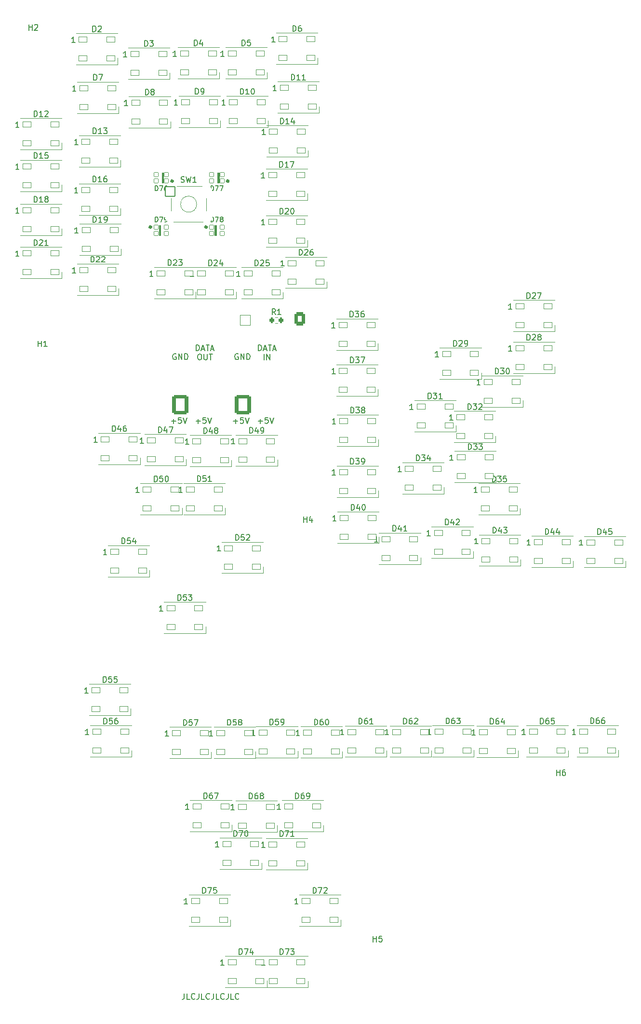
<source format=gbr>
%TF.GenerationSoftware,KiCad,Pcbnew,(6.0.9)*%
%TF.CreationDate,2022-12-27T00:48:20-09:00*%
%TF.ProjectId,PCB_ ECM DISP PANEL,5043422c-2045-4434-9d20-444953502050,rev?*%
%TF.SameCoordinates,Original*%
%TF.FileFunction,Legend,Top*%
%TF.FilePolarity,Positive*%
%FSLAX46Y46*%
G04 Gerber Fmt 4.6, Leading zero omitted, Abs format (unit mm)*
G04 Created by KiCad (PCBNEW (6.0.9)) date 2022-12-27 00:48:20*
%MOMM*%
%LPD*%
G01*
G04 APERTURE LIST*
G04 Aperture macros list*
%AMRoundRect*
0 Rectangle with rounded corners*
0 $1 Rounding radius*
0 $2 $3 $4 $5 $6 $7 $8 $9 X,Y pos of 4 corners*
0 Add a 4 corners polygon primitive as box body*
4,1,4,$2,$3,$4,$5,$6,$7,$8,$9,$2,$3,0*
0 Add four circle primitives for the rounded corners*
1,1,$1+$1,$2,$3*
1,1,$1+$1,$4,$5*
1,1,$1+$1,$6,$7*
1,1,$1+$1,$8,$9*
0 Add four rect primitives between the rounded corners*
20,1,$1+$1,$2,$3,$4,$5,0*
20,1,$1+$1,$4,$5,$6,$7,0*
20,1,$1+$1,$6,$7,$8,$9,0*
20,1,$1+$1,$8,$9,$2,$3,0*%
G04 Aperture macros list end*
%ADD10C,0.150000*%
%ADD11C,0.120000*%
%ADD12C,0.500000*%
%ADD13C,0.100000*%
%ADD14RoundRect,0.050000X-0.750000X-0.450000X0.750000X-0.450000X0.750000X0.450000X-0.750000X0.450000X0*%
%ADD15RoundRect,0.050000X-0.350000X-0.350000X0.350000X-0.350000X0.350000X0.350000X-0.350000X0.350000X0*%
%ADD16RoundRect,0.050000X0.350000X0.350000X-0.350000X0.350000X-0.350000X-0.350000X0.350000X-0.350000X0*%
%ADD17RoundRect,0.250000X-0.200000X-0.275000X0.200000X-0.275000X0.200000X0.275000X-0.200000X0.275000X0*%
%ADD18RoundRect,0.050000X-0.850000X-0.850000X0.850000X-0.850000X0.850000X0.850000X-0.850000X0.850000X0*%
%ADD19C,1.800000*%
%ADD20C,4.600000*%
%ADD21RoundRect,0.300001X-1.099999X-1.399999X1.099999X-1.399999X1.099999X1.399999X-1.099999X1.399999X0*%
%ADD22O,2.800000X3.400000*%
%ADD23RoundRect,0.050000X-0.900000X-0.900000X0.900000X-0.900000X0.900000X0.900000X-0.900000X0.900000X0*%
%ADD24C,1.900000*%
%ADD25RoundRect,0.300000X-0.620000X-0.845000X0.620000X-0.845000X0.620000X0.845000X-0.620000X0.845000X0*%
%ADD26O,1.840000X2.290000*%
G04 APERTURE END LIST*
D10*
X88924000Y-65433380D02*
X88924000Y-64433380D01*
X89162095Y-64433380D01*
X89304952Y-64481000D01*
X89400190Y-64576238D01*
X89447809Y-64671476D01*
X89495428Y-64861952D01*
X89495428Y-65004809D01*
X89447809Y-65195285D01*
X89400190Y-65290523D01*
X89304952Y-65385761D01*
X89162095Y-65433380D01*
X88924000Y-65433380D01*
X89876380Y-65147666D02*
X90352571Y-65147666D01*
X89781142Y-65433380D02*
X90114476Y-64433380D01*
X90447809Y-65433380D01*
X90638285Y-64433380D02*
X91209714Y-64433380D01*
X90924000Y-65433380D02*
X90924000Y-64433380D01*
X91495428Y-65147666D02*
X91971619Y-65147666D01*
X91400190Y-65433380D02*
X91733523Y-64433380D01*
X92066857Y-65433380D01*
X89900190Y-67043380D02*
X89900190Y-66043380D01*
X90376380Y-67043380D02*
X90376380Y-66043380D01*
X90947809Y-67043380D01*
X90947809Y-66043380D01*
X84536285Y-77795428D02*
X85298190Y-77795428D01*
X84917238Y-78176380D02*
X84917238Y-77414476D01*
X86250571Y-77176380D02*
X85774380Y-77176380D01*
X85726761Y-77652571D01*
X85774380Y-77604952D01*
X85869619Y-77557333D01*
X86107714Y-77557333D01*
X86202952Y-77604952D01*
X86250571Y-77652571D01*
X86298190Y-77747809D01*
X86298190Y-77985904D01*
X86250571Y-78081142D01*
X86202952Y-78128761D01*
X86107714Y-78176380D01*
X85869619Y-78176380D01*
X85774380Y-78128761D01*
X85726761Y-78081142D01*
X86583904Y-77176380D02*
X86917238Y-78176380D01*
X87250571Y-77176380D01*
X78002000Y-65433380D02*
X78002000Y-64433380D01*
X78240095Y-64433380D01*
X78382952Y-64481000D01*
X78478190Y-64576238D01*
X78525809Y-64671476D01*
X78573428Y-64861952D01*
X78573428Y-65004809D01*
X78525809Y-65195285D01*
X78478190Y-65290523D01*
X78382952Y-65385761D01*
X78240095Y-65433380D01*
X78002000Y-65433380D01*
X78954380Y-65147666D02*
X79430571Y-65147666D01*
X78859142Y-65433380D02*
X79192476Y-64433380D01*
X79525809Y-65433380D01*
X79716285Y-64433380D02*
X80287714Y-64433380D01*
X80002000Y-65433380D02*
X80002000Y-64433380D01*
X80573428Y-65147666D02*
X81049619Y-65147666D01*
X80478190Y-65433380D02*
X80811523Y-64433380D01*
X81144857Y-65433380D01*
X78502000Y-66043380D02*
X78692476Y-66043380D01*
X78787714Y-66091000D01*
X78882952Y-66186238D01*
X78930571Y-66376714D01*
X78930571Y-66710047D01*
X78882952Y-66900523D01*
X78787714Y-66995761D01*
X78692476Y-67043380D01*
X78502000Y-67043380D01*
X78406761Y-66995761D01*
X78311523Y-66900523D01*
X78263904Y-66710047D01*
X78263904Y-66376714D01*
X78311523Y-66186238D01*
X78406761Y-66091000D01*
X78502000Y-66043380D01*
X79359142Y-66043380D02*
X79359142Y-66852904D01*
X79406761Y-66948142D01*
X79454380Y-66995761D01*
X79549619Y-67043380D01*
X79740095Y-67043380D01*
X79835333Y-66995761D01*
X79882952Y-66948142D01*
X79930571Y-66852904D01*
X79930571Y-66043380D01*
X80263904Y-66043380D02*
X80835333Y-66043380D01*
X80549619Y-67043380D02*
X80549619Y-66043380D01*
X74432238Y-66022000D02*
X74337000Y-65974380D01*
X74194143Y-65974380D01*
X74051285Y-66022000D01*
X73956047Y-66117238D01*
X73908428Y-66212476D01*
X73860809Y-66402952D01*
X73860809Y-66545809D01*
X73908428Y-66736285D01*
X73956047Y-66831523D01*
X74051285Y-66926761D01*
X74194143Y-66974380D01*
X74289381Y-66974380D01*
X74432238Y-66926761D01*
X74479857Y-66879142D01*
X74479857Y-66545809D01*
X74289381Y-66545809D01*
X74908428Y-66974380D02*
X74908428Y-65974380D01*
X75479857Y-66974380D01*
X75479857Y-65974380D01*
X75956047Y-66974380D02*
X75956047Y-65974380D01*
X76194143Y-65974380D01*
X76337000Y-66022000D01*
X76432238Y-66117238D01*
X76479857Y-66212476D01*
X76527476Y-66402952D01*
X76527476Y-66545809D01*
X76479857Y-66736285D01*
X76432238Y-66831523D01*
X76337000Y-66926761D01*
X76194143Y-66974380D01*
X75956047Y-66974380D01*
X77962285Y-77795428D02*
X78724190Y-77795428D01*
X78343238Y-78176380D02*
X78343238Y-77414476D01*
X79676571Y-77176380D02*
X79200380Y-77176380D01*
X79152761Y-77652571D01*
X79200380Y-77604952D01*
X79295619Y-77557333D01*
X79533714Y-77557333D01*
X79628952Y-77604952D01*
X79676571Y-77652571D01*
X79724190Y-77747809D01*
X79724190Y-77985904D01*
X79676571Y-78081142D01*
X79628952Y-78128761D01*
X79533714Y-78176380D01*
X79295619Y-78176380D01*
X79200380Y-78128761D01*
X79152761Y-78081142D01*
X80009904Y-77176380D02*
X80343238Y-78176380D01*
X80676571Y-77176380D01*
X73644285Y-77795428D02*
X74406190Y-77795428D01*
X74025238Y-78176380D02*
X74025238Y-77414476D01*
X75358571Y-77176380D02*
X74882380Y-77176380D01*
X74834761Y-77652571D01*
X74882380Y-77604952D01*
X74977619Y-77557333D01*
X75215714Y-77557333D01*
X75310952Y-77604952D01*
X75358571Y-77652571D01*
X75406190Y-77747809D01*
X75406190Y-77985904D01*
X75358571Y-78081142D01*
X75310952Y-78128761D01*
X75215714Y-78176380D01*
X74977619Y-78176380D01*
X74882380Y-78128761D01*
X74834761Y-78081142D01*
X75691904Y-77176380D02*
X76025238Y-78176380D01*
X76358571Y-77176380D01*
X85344095Y-66022000D02*
X85248857Y-65974380D01*
X85106000Y-65974380D01*
X84963142Y-66022000D01*
X84867904Y-66117238D01*
X84820285Y-66212476D01*
X84772666Y-66402952D01*
X84772666Y-66545809D01*
X84820285Y-66736285D01*
X84867904Y-66831523D01*
X84963142Y-66926761D01*
X85106000Y-66974380D01*
X85201238Y-66974380D01*
X85344095Y-66926761D01*
X85391714Y-66879142D01*
X85391714Y-66545809D01*
X85201238Y-66545809D01*
X85820285Y-66974380D02*
X85820285Y-65974380D01*
X86391714Y-66974380D01*
X86391714Y-65974380D01*
X86867904Y-66974380D02*
X86867904Y-65974380D01*
X87106000Y-65974380D01*
X87248857Y-66022000D01*
X87344095Y-66117238D01*
X87391714Y-66212476D01*
X87439333Y-66402952D01*
X87439333Y-66545809D01*
X87391714Y-66736285D01*
X87344095Y-66831523D01*
X87248857Y-66926761D01*
X87106000Y-66974380D01*
X86867904Y-66974380D01*
X75898952Y-178268380D02*
X75898952Y-178982666D01*
X75851333Y-179125523D01*
X75756095Y-179220761D01*
X75613238Y-179268380D01*
X75518000Y-179268380D01*
X76851333Y-179268380D02*
X76375142Y-179268380D01*
X76375142Y-178268380D01*
X77756095Y-179173142D02*
X77708476Y-179220761D01*
X77565619Y-179268380D01*
X77470380Y-179268380D01*
X77327523Y-179220761D01*
X77232285Y-179125523D01*
X77184666Y-179030285D01*
X77137047Y-178839809D01*
X77137047Y-178696952D01*
X77184666Y-178506476D01*
X77232285Y-178411238D01*
X77327523Y-178316000D01*
X77470380Y-178268380D01*
X77565619Y-178268380D01*
X77708476Y-178316000D01*
X77756095Y-178363619D01*
X78470380Y-178268380D02*
X78470380Y-178982666D01*
X78422761Y-179125523D01*
X78327523Y-179220761D01*
X78184666Y-179268380D01*
X78089428Y-179268380D01*
X79422761Y-179268380D02*
X78946571Y-179268380D01*
X78946571Y-178268380D01*
X80327523Y-179173142D02*
X80279904Y-179220761D01*
X80137047Y-179268380D01*
X80041809Y-179268380D01*
X79898952Y-179220761D01*
X79803714Y-179125523D01*
X79756095Y-179030285D01*
X79708476Y-178839809D01*
X79708476Y-178696952D01*
X79756095Y-178506476D01*
X79803714Y-178411238D01*
X79898952Y-178316000D01*
X80041809Y-178268380D01*
X80137047Y-178268380D01*
X80279904Y-178316000D01*
X80327523Y-178363619D01*
X81041809Y-178268380D02*
X81041809Y-178982666D01*
X80994190Y-179125523D01*
X80898952Y-179220761D01*
X80756095Y-179268380D01*
X80660857Y-179268380D01*
X81994190Y-179268380D02*
X81518000Y-179268380D01*
X81518000Y-178268380D01*
X82898952Y-179173142D02*
X82851333Y-179220761D01*
X82708476Y-179268380D01*
X82613238Y-179268380D01*
X82470380Y-179220761D01*
X82375142Y-179125523D01*
X82327523Y-179030285D01*
X82279904Y-178839809D01*
X82279904Y-178696952D01*
X82327523Y-178506476D01*
X82375142Y-178411238D01*
X82470380Y-178316000D01*
X82613238Y-178268380D01*
X82708476Y-178268380D01*
X82851333Y-178316000D01*
X82898952Y-178363619D01*
X83613238Y-178268380D02*
X83613238Y-178982666D01*
X83565619Y-179125523D01*
X83470380Y-179220761D01*
X83327523Y-179268380D01*
X83232285Y-179268380D01*
X84565619Y-179268380D02*
X84089428Y-179268380D01*
X84089428Y-178268380D01*
X85470380Y-179173142D02*
X85422761Y-179220761D01*
X85279904Y-179268380D01*
X85184666Y-179268380D01*
X85041809Y-179220761D01*
X84946571Y-179125523D01*
X84898952Y-179030285D01*
X84851333Y-178839809D01*
X84851333Y-178696952D01*
X84898952Y-178506476D01*
X84946571Y-178411238D01*
X85041809Y-178316000D01*
X85184666Y-178268380D01*
X85279904Y-178268380D01*
X85422761Y-178316000D01*
X85470380Y-178363619D01*
X88884285Y-77795428D02*
X89646190Y-77795428D01*
X89265238Y-78176380D02*
X89265238Y-77414476D01*
X90598571Y-77176380D02*
X90122380Y-77176380D01*
X90074761Y-77652571D01*
X90122380Y-77604952D01*
X90217619Y-77557333D01*
X90455714Y-77557333D01*
X90550952Y-77604952D01*
X90598571Y-77652571D01*
X90646190Y-77747809D01*
X90646190Y-77985904D01*
X90598571Y-78081142D01*
X90550952Y-78128761D01*
X90455714Y-78176380D01*
X90217619Y-78176380D01*
X90122380Y-78128761D01*
X90074761Y-78081142D01*
X90931904Y-77176380D02*
X91265238Y-78176380D01*
X91598571Y-77176380D01*
%TO.C,D2*%
X59815504Y-9423780D02*
X59815504Y-8423780D01*
X60053600Y-8423780D01*
X60196457Y-8471400D01*
X60291695Y-8566638D01*
X60339314Y-8661876D01*
X60386933Y-8852352D01*
X60386933Y-8995209D01*
X60339314Y-9185685D01*
X60291695Y-9280923D01*
X60196457Y-9376161D01*
X60053600Y-9423780D01*
X59815504Y-9423780D01*
X60767885Y-8519019D02*
X60815504Y-8471400D01*
X60910742Y-8423780D01*
X61148838Y-8423780D01*
X61244076Y-8471400D01*
X61291695Y-8519019D01*
X61339314Y-8614257D01*
X61339314Y-8709495D01*
X61291695Y-8852352D01*
X60720266Y-9423780D01*
X61339314Y-9423780D01*
X56689314Y-11323780D02*
X56117885Y-11323780D01*
X56403600Y-11323780D02*
X56403600Y-10323780D01*
X56308361Y-10466638D01*
X56213123Y-10561876D01*
X56117885Y-10609495D01*
%TO.C,D3*%
X68922504Y-11989380D02*
X68922504Y-10989380D01*
X69160600Y-10989380D01*
X69303457Y-11037000D01*
X69398695Y-11132238D01*
X69446314Y-11227476D01*
X69493933Y-11417952D01*
X69493933Y-11560809D01*
X69446314Y-11751285D01*
X69398695Y-11846523D01*
X69303457Y-11941761D01*
X69160600Y-11989380D01*
X68922504Y-11989380D01*
X69827266Y-10989380D02*
X70446314Y-10989380D01*
X70112980Y-11370333D01*
X70255838Y-11370333D01*
X70351076Y-11417952D01*
X70398695Y-11465571D01*
X70446314Y-11560809D01*
X70446314Y-11798904D01*
X70398695Y-11894142D01*
X70351076Y-11941761D01*
X70255838Y-11989380D01*
X69970123Y-11989380D01*
X69874885Y-11941761D01*
X69827266Y-11894142D01*
X65796314Y-13889380D02*
X65224885Y-13889380D01*
X65510600Y-13889380D02*
X65510600Y-12889380D01*
X65415361Y-13032238D01*
X65320123Y-13127476D01*
X65224885Y-13175095D01*
%TO.C,D4*%
X77634704Y-11887780D02*
X77634704Y-10887780D01*
X77872800Y-10887780D01*
X78015657Y-10935400D01*
X78110895Y-11030638D01*
X78158514Y-11125876D01*
X78206133Y-11316352D01*
X78206133Y-11459209D01*
X78158514Y-11649685D01*
X78110895Y-11744923D01*
X78015657Y-11840161D01*
X77872800Y-11887780D01*
X77634704Y-11887780D01*
X79063276Y-11221114D02*
X79063276Y-11887780D01*
X78825180Y-10840161D02*
X78587085Y-11554447D01*
X79206133Y-11554447D01*
X74508514Y-13787780D02*
X73937085Y-13787780D01*
X74222800Y-13787780D02*
X74222800Y-12787780D01*
X74127561Y-12930638D01*
X74032323Y-13025876D01*
X73937085Y-13073495D01*
%TO.C,D5*%
X86016704Y-11887780D02*
X86016704Y-10887780D01*
X86254800Y-10887780D01*
X86397657Y-10935400D01*
X86492895Y-11030638D01*
X86540514Y-11125876D01*
X86588133Y-11316352D01*
X86588133Y-11459209D01*
X86540514Y-11649685D01*
X86492895Y-11744923D01*
X86397657Y-11840161D01*
X86254800Y-11887780D01*
X86016704Y-11887780D01*
X87492895Y-10887780D02*
X87016704Y-10887780D01*
X86969085Y-11363971D01*
X87016704Y-11316352D01*
X87111942Y-11268733D01*
X87350038Y-11268733D01*
X87445276Y-11316352D01*
X87492895Y-11363971D01*
X87540514Y-11459209D01*
X87540514Y-11697304D01*
X87492895Y-11792542D01*
X87445276Y-11840161D01*
X87350038Y-11887780D01*
X87111942Y-11887780D01*
X87016704Y-11840161D01*
X86969085Y-11792542D01*
X82890514Y-13787780D02*
X82319085Y-13787780D01*
X82604800Y-13787780D02*
X82604800Y-12787780D01*
X82509561Y-12930638D01*
X82414323Y-13025876D01*
X82319085Y-13073495D01*
%TO.C,D6*%
X94957504Y-9373180D02*
X94957504Y-8373180D01*
X95195600Y-8373180D01*
X95338457Y-8420800D01*
X95433695Y-8516038D01*
X95481314Y-8611276D01*
X95528933Y-8801752D01*
X95528933Y-8944609D01*
X95481314Y-9135085D01*
X95433695Y-9230323D01*
X95338457Y-9325561D01*
X95195600Y-9373180D01*
X94957504Y-9373180D01*
X96386076Y-8373180D02*
X96195600Y-8373180D01*
X96100361Y-8420800D01*
X96052742Y-8468419D01*
X95957504Y-8611276D01*
X95909885Y-8801752D01*
X95909885Y-9182704D01*
X95957504Y-9277942D01*
X96005123Y-9325561D01*
X96100361Y-9373180D01*
X96290838Y-9373180D01*
X96386076Y-9325561D01*
X96433695Y-9277942D01*
X96481314Y-9182704D01*
X96481314Y-8944609D01*
X96433695Y-8849371D01*
X96386076Y-8801752D01*
X96290838Y-8754133D01*
X96100361Y-8754133D01*
X96005123Y-8801752D01*
X95957504Y-8849371D01*
X95909885Y-8944609D01*
X91831314Y-11273180D02*
X91259885Y-11273180D01*
X91545600Y-11273180D02*
X91545600Y-10273180D01*
X91450361Y-10416038D01*
X91355123Y-10511276D01*
X91259885Y-10558895D01*
%TO.C,D7*%
X59979504Y-17957980D02*
X59979504Y-16957980D01*
X60217600Y-16957980D01*
X60360457Y-17005600D01*
X60455695Y-17100838D01*
X60503314Y-17196076D01*
X60550933Y-17386552D01*
X60550933Y-17529409D01*
X60503314Y-17719885D01*
X60455695Y-17815123D01*
X60360457Y-17910361D01*
X60217600Y-17957980D01*
X59979504Y-17957980D01*
X60884266Y-16957980D02*
X61550933Y-16957980D01*
X61122361Y-17957980D01*
X56853314Y-19857980D02*
X56281885Y-19857980D01*
X56567600Y-19857980D02*
X56567600Y-18857980D01*
X56472361Y-19000838D01*
X56377123Y-19096076D01*
X56281885Y-19143695D01*
%TO.C,D8*%
X69074904Y-20523780D02*
X69074904Y-19523780D01*
X69313000Y-19523780D01*
X69455857Y-19571400D01*
X69551095Y-19666638D01*
X69598714Y-19761876D01*
X69646333Y-19952352D01*
X69646333Y-20095209D01*
X69598714Y-20285685D01*
X69551095Y-20380923D01*
X69455857Y-20476161D01*
X69313000Y-20523780D01*
X69074904Y-20523780D01*
X70217761Y-19952352D02*
X70122523Y-19904733D01*
X70074904Y-19857114D01*
X70027285Y-19761876D01*
X70027285Y-19714257D01*
X70074904Y-19619019D01*
X70122523Y-19571400D01*
X70217761Y-19523780D01*
X70408238Y-19523780D01*
X70503476Y-19571400D01*
X70551095Y-19619019D01*
X70598714Y-19714257D01*
X70598714Y-19761876D01*
X70551095Y-19857114D01*
X70503476Y-19904733D01*
X70408238Y-19952352D01*
X70217761Y-19952352D01*
X70122523Y-19999971D01*
X70074904Y-20047590D01*
X70027285Y-20142828D01*
X70027285Y-20333304D01*
X70074904Y-20428542D01*
X70122523Y-20476161D01*
X70217761Y-20523780D01*
X70408238Y-20523780D01*
X70503476Y-20476161D01*
X70551095Y-20428542D01*
X70598714Y-20333304D01*
X70598714Y-20142828D01*
X70551095Y-20047590D01*
X70503476Y-19999971D01*
X70408238Y-19952352D01*
X65948714Y-22423780D02*
X65377285Y-22423780D01*
X65663000Y-22423780D02*
X65663000Y-21423780D01*
X65567761Y-21566638D01*
X65472523Y-21661876D01*
X65377285Y-21709495D01*
%TO.C,D9*%
X77837904Y-20396380D02*
X77837904Y-19396380D01*
X78076000Y-19396380D01*
X78218857Y-19444000D01*
X78314095Y-19539238D01*
X78361714Y-19634476D01*
X78409333Y-19824952D01*
X78409333Y-19967809D01*
X78361714Y-20158285D01*
X78314095Y-20253523D01*
X78218857Y-20348761D01*
X78076000Y-20396380D01*
X77837904Y-20396380D01*
X78885523Y-20396380D02*
X79076000Y-20396380D01*
X79171238Y-20348761D01*
X79218857Y-20301142D01*
X79314095Y-20158285D01*
X79361714Y-19967809D01*
X79361714Y-19586857D01*
X79314095Y-19491619D01*
X79266476Y-19444000D01*
X79171238Y-19396380D01*
X78980761Y-19396380D01*
X78885523Y-19444000D01*
X78837904Y-19491619D01*
X78790285Y-19586857D01*
X78790285Y-19824952D01*
X78837904Y-19920190D01*
X78885523Y-19967809D01*
X78980761Y-20015428D01*
X79171238Y-20015428D01*
X79266476Y-19967809D01*
X79314095Y-19920190D01*
X79361714Y-19824952D01*
X74711714Y-22296380D02*
X74140285Y-22296380D01*
X74426000Y-22296380D02*
X74426000Y-21296380D01*
X74330761Y-21439238D01*
X74235523Y-21534476D01*
X74140285Y-21582095D01*
%TO.C,D10*%
X85741514Y-20421780D02*
X85741514Y-19421780D01*
X85979609Y-19421780D01*
X86122466Y-19469400D01*
X86217704Y-19564638D01*
X86265323Y-19659876D01*
X86312942Y-19850352D01*
X86312942Y-19993209D01*
X86265323Y-20183685D01*
X86217704Y-20278923D01*
X86122466Y-20374161D01*
X85979609Y-20421780D01*
X85741514Y-20421780D01*
X87265323Y-20421780D02*
X86693895Y-20421780D01*
X86979609Y-20421780D02*
X86979609Y-19421780D01*
X86884371Y-19564638D01*
X86789133Y-19659876D01*
X86693895Y-19707495D01*
X87884371Y-19421780D02*
X87979609Y-19421780D01*
X88074847Y-19469400D01*
X88122466Y-19517019D01*
X88170085Y-19612257D01*
X88217704Y-19802733D01*
X88217704Y-20040828D01*
X88170085Y-20231304D01*
X88122466Y-20326542D01*
X88074847Y-20374161D01*
X87979609Y-20421780D01*
X87884371Y-20421780D01*
X87789133Y-20374161D01*
X87741514Y-20326542D01*
X87693895Y-20231304D01*
X87646276Y-20040828D01*
X87646276Y-19802733D01*
X87693895Y-19612257D01*
X87741514Y-19517019D01*
X87789133Y-19469400D01*
X87884371Y-19421780D01*
X83091514Y-22321780D02*
X82520085Y-22321780D01*
X82805800Y-22321780D02*
X82805800Y-21321780D01*
X82710561Y-21464638D01*
X82615323Y-21559876D01*
X82520085Y-21607495D01*
%TO.C,D11*%
X94709914Y-17907180D02*
X94709914Y-16907180D01*
X94948009Y-16907180D01*
X95090866Y-16954800D01*
X95186104Y-17050038D01*
X95233723Y-17145276D01*
X95281342Y-17335752D01*
X95281342Y-17478609D01*
X95233723Y-17669085D01*
X95186104Y-17764323D01*
X95090866Y-17859561D01*
X94948009Y-17907180D01*
X94709914Y-17907180D01*
X96233723Y-17907180D02*
X95662295Y-17907180D01*
X95948009Y-17907180D02*
X95948009Y-16907180D01*
X95852771Y-17050038D01*
X95757533Y-17145276D01*
X95662295Y-17192895D01*
X97186104Y-17907180D02*
X96614676Y-17907180D01*
X96900390Y-17907180D02*
X96900390Y-16907180D01*
X96805152Y-17050038D01*
X96709914Y-17145276D01*
X96614676Y-17192895D01*
X92059914Y-19807180D02*
X91488485Y-19807180D01*
X91774200Y-19807180D02*
X91774200Y-18807180D01*
X91678961Y-18950038D01*
X91583723Y-19045276D01*
X91488485Y-19092895D01*
%TO.C,D12*%
X49497914Y-24333380D02*
X49497914Y-23333380D01*
X49736009Y-23333380D01*
X49878866Y-23381000D01*
X49974104Y-23476238D01*
X50021723Y-23571476D01*
X50069342Y-23761952D01*
X50069342Y-23904809D01*
X50021723Y-24095285D01*
X49974104Y-24190523D01*
X49878866Y-24285761D01*
X49736009Y-24333380D01*
X49497914Y-24333380D01*
X51021723Y-24333380D02*
X50450295Y-24333380D01*
X50736009Y-24333380D02*
X50736009Y-23333380D01*
X50640771Y-23476238D01*
X50545533Y-23571476D01*
X50450295Y-23619095D01*
X51402676Y-23428619D02*
X51450295Y-23381000D01*
X51545533Y-23333380D01*
X51783628Y-23333380D01*
X51878866Y-23381000D01*
X51926485Y-23428619D01*
X51974104Y-23523857D01*
X51974104Y-23619095D01*
X51926485Y-23761952D01*
X51355057Y-24333380D01*
X51974104Y-24333380D01*
X46847914Y-26233380D02*
X46276485Y-26233380D01*
X46562200Y-26233380D02*
X46562200Y-25233380D01*
X46466961Y-25376238D01*
X46371723Y-25471476D01*
X46276485Y-25519095D01*
%TO.C,D13*%
X59861114Y-27355980D02*
X59861114Y-26355980D01*
X60099209Y-26355980D01*
X60242066Y-26403600D01*
X60337304Y-26498838D01*
X60384923Y-26594076D01*
X60432542Y-26784552D01*
X60432542Y-26927409D01*
X60384923Y-27117885D01*
X60337304Y-27213123D01*
X60242066Y-27308361D01*
X60099209Y-27355980D01*
X59861114Y-27355980D01*
X61384923Y-27355980D02*
X60813495Y-27355980D01*
X61099209Y-27355980D02*
X61099209Y-26355980D01*
X61003971Y-26498838D01*
X60908733Y-26594076D01*
X60813495Y-26641695D01*
X61718257Y-26355980D02*
X62337304Y-26355980D01*
X62003971Y-26736933D01*
X62146828Y-26736933D01*
X62242066Y-26784552D01*
X62289685Y-26832171D01*
X62337304Y-26927409D01*
X62337304Y-27165504D01*
X62289685Y-27260742D01*
X62242066Y-27308361D01*
X62146828Y-27355980D01*
X61861114Y-27355980D01*
X61765876Y-27308361D01*
X61718257Y-27260742D01*
X57211114Y-29255980D02*
X56639685Y-29255980D01*
X56925400Y-29255980D02*
X56925400Y-28255980D01*
X56830161Y-28398838D01*
X56734923Y-28494076D01*
X56639685Y-28541695D01*
%TO.C,D14*%
X92779514Y-25603780D02*
X92779514Y-24603780D01*
X93017609Y-24603780D01*
X93160466Y-24651400D01*
X93255704Y-24746638D01*
X93303323Y-24841876D01*
X93350942Y-25032352D01*
X93350942Y-25175209D01*
X93303323Y-25365685D01*
X93255704Y-25460923D01*
X93160466Y-25556161D01*
X93017609Y-25603780D01*
X92779514Y-25603780D01*
X94303323Y-25603780D02*
X93731895Y-25603780D01*
X94017609Y-25603780D02*
X94017609Y-24603780D01*
X93922371Y-24746638D01*
X93827133Y-24841876D01*
X93731895Y-24889495D01*
X95160466Y-24937114D02*
X95160466Y-25603780D01*
X94922371Y-24556161D02*
X94684276Y-25270447D01*
X95303323Y-25270447D01*
X90129514Y-27503780D02*
X89558085Y-27503780D01*
X89843800Y-27503780D02*
X89843800Y-26503780D01*
X89748561Y-26646638D01*
X89653323Y-26741876D01*
X89558085Y-26789495D01*
%TO.C,D15*%
X49497914Y-31673980D02*
X49497914Y-30673980D01*
X49736009Y-30673980D01*
X49878866Y-30721600D01*
X49974104Y-30816838D01*
X50021723Y-30912076D01*
X50069342Y-31102552D01*
X50069342Y-31245409D01*
X50021723Y-31435885D01*
X49974104Y-31531123D01*
X49878866Y-31626361D01*
X49736009Y-31673980D01*
X49497914Y-31673980D01*
X51021723Y-31673980D02*
X50450295Y-31673980D01*
X50736009Y-31673980D02*
X50736009Y-30673980D01*
X50640771Y-30816838D01*
X50545533Y-30912076D01*
X50450295Y-30959695D01*
X51926485Y-30673980D02*
X51450295Y-30673980D01*
X51402676Y-31150171D01*
X51450295Y-31102552D01*
X51545533Y-31054933D01*
X51783628Y-31054933D01*
X51878866Y-31102552D01*
X51926485Y-31150171D01*
X51974104Y-31245409D01*
X51974104Y-31483504D01*
X51926485Y-31578742D01*
X51878866Y-31626361D01*
X51783628Y-31673980D01*
X51545533Y-31673980D01*
X51450295Y-31626361D01*
X51402676Y-31578742D01*
X46847914Y-33573980D02*
X46276485Y-33573980D01*
X46562200Y-33573980D02*
X46562200Y-32573980D01*
X46466961Y-32716838D01*
X46371723Y-32812076D01*
X46276485Y-32859695D01*
%TO.C,D16*%
X59835714Y-35814180D02*
X59835714Y-34814180D01*
X60073809Y-34814180D01*
X60216666Y-34861800D01*
X60311904Y-34957038D01*
X60359523Y-35052276D01*
X60407142Y-35242752D01*
X60407142Y-35385609D01*
X60359523Y-35576085D01*
X60311904Y-35671323D01*
X60216666Y-35766561D01*
X60073809Y-35814180D01*
X59835714Y-35814180D01*
X61359523Y-35814180D02*
X60788095Y-35814180D01*
X61073809Y-35814180D02*
X61073809Y-34814180D01*
X60978571Y-34957038D01*
X60883333Y-35052276D01*
X60788095Y-35099895D01*
X62216666Y-34814180D02*
X62026190Y-34814180D01*
X61930952Y-34861800D01*
X61883333Y-34909419D01*
X61788095Y-35052276D01*
X61740476Y-35242752D01*
X61740476Y-35623704D01*
X61788095Y-35718942D01*
X61835714Y-35766561D01*
X61930952Y-35814180D01*
X62121428Y-35814180D01*
X62216666Y-35766561D01*
X62264285Y-35718942D01*
X62311904Y-35623704D01*
X62311904Y-35385609D01*
X62264285Y-35290371D01*
X62216666Y-35242752D01*
X62121428Y-35195133D01*
X61930952Y-35195133D01*
X61835714Y-35242752D01*
X61788095Y-35290371D01*
X61740476Y-35385609D01*
X57185714Y-37714180D02*
X56614285Y-37714180D01*
X56900000Y-37714180D02*
X56900000Y-36714180D01*
X56804761Y-36857038D01*
X56709523Y-36952276D01*
X56614285Y-36999895D01*
%TO.C,D17*%
X92652514Y-33223380D02*
X92652514Y-32223380D01*
X92890609Y-32223380D01*
X93033466Y-32271000D01*
X93128704Y-32366238D01*
X93176323Y-32461476D01*
X93223942Y-32651952D01*
X93223942Y-32794809D01*
X93176323Y-32985285D01*
X93128704Y-33080523D01*
X93033466Y-33175761D01*
X92890609Y-33223380D01*
X92652514Y-33223380D01*
X94176323Y-33223380D02*
X93604895Y-33223380D01*
X93890609Y-33223380D02*
X93890609Y-32223380D01*
X93795371Y-32366238D01*
X93700133Y-32461476D01*
X93604895Y-32509095D01*
X94509657Y-32223380D02*
X95176323Y-32223380D01*
X94747752Y-33223380D01*
X90002514Y-35123380D02*
X89431085Y-35123380D01*
X89716800Y-35123380D02*
X89716800Y-34123380D01*
X89621561Y-34266238D01*
X89526323Y-34361476D01*
X89431085Y-34409095D01*
%TO.C,D18*%
X49497914Y-39370180D02*
X49497914Y-38370180D01*
X49736009Y-38370180D01*
X49878866Y-38417800D01*
X49974104Y-38513038D01*
X50021723Y-38608276D01*
X50069342Y-38798752D01*
X50069342Y-38941609D01*
X50021723Y-39132085D01*
X49974104Y-39227323D01*
X49878866Y-39322561D01*
X49736009Y-39370180D01*
X49497914Y-39370180D01*
X51021723Y-39370180D02*
X50450295Y-39370180D01*
X50736009Y-39370180D02*
X50736009Y-38370180D01*
X50640771Y-38513038D01*
X50545533Y-38608276D01*
X50450295Y-38655895D01*
X51593152Y-38798752D02*
X51497914Y-38751133D01*
X51450295Y-38703514D01*
X51402676Y-38608276D01*
X51402676Y-38560657D01*
X51450295Y-38465419D01*
X51497914Y-38417800D01*
X51593152Y-38370180D01*
X51783628Y-38370180D01*
X51878866Y-38417800D01*
X51926485Y-38465419D01*
X51974104Y-38560657D01*
X51974104Y-38608276D01*
X51926485Y-38703514D01*
X51878866Y-38751133D01*
X51783628Y-38798752D01*
X51593152Y-38798752D01*
X51497914Y-38846371D01*
X51450295Y-38893990D01*
X51402676Y-38989228D01*
X51402676Y-39179704D01*
X51450295Y-39274942D01*
X51497914Y-39322561D01*
X51593152Y-39370180D01*
X51783628Y-39370180D01*
X51878866Y-39322561D01*
X51926485Y-39274942D01*
X51974104Y-39179704D01*
X51974104Y-38989228D01*
X51926485Y-38893990D01*
X51878866Y-38846371D01*
X51783628Y-38798752D01*
X46847914Y-41270180D02*
X46276485Y-41270180D01*
X46562200Y-41270180D02*
X46562200Y-40270180D01*
X46466961Y-40413038D01*
X46371723Y-40508276D01*
X46276485Y-40555895D01*
%TO.C,D19*%
X59884314Y-42900780D02*
X59884314Y-41900780D01*
X60122409Y-41900780D01*
X60265266Y-41948400D01*
X60360504Y-42043638D01*
X60408123Y-42138876D01*
X60455742Y-42329352D01*
X60455742Y-42472209D01*
X60408123Y-42662685D01*
X60360504Y-42757923D01*
X60265266Y-42853161D01*
X60122409Y-42900780D01*
X59884314Y-42900780D01*
X61408123Y-42900780D02*
X60836695Y-42900780D01*
X61122409Y-42900780D02*
X61122409Y-41900780D01*
X61027171Y-42043638D01*
X60931933Y-42138876D01*
X60836695Y-42186495D01*
X61884314Y-42900780D02*
X62074790Y-42900780D01*
X62170028Y-42853161D01*
X62217647Y-42805542D01*
X62312885Y-42662685D01*
X62360504Y-42472209D01*
X62360504Y-42091257D01*
X62312885Y-41996019D01*
X62265266Y-41948400D01*
X62170028Y-41900780D01*
X61979552Y-41900780D01*
X61884314Y-41948400D01*
X61836695Y-41996019D01*
X61789076Y-42091257D01*
X61789076Y-42329352D01*
X61836695Y-42424590D01*
X61884314Y-42472209D01*
X61979552Y-42519828D01*
X62170028Y-42519828D01*
X62265266Y-42472209D01*
X62312885Y-42424590D01*
X62360504Y-42329352D01*
X57234314Y-44800780D02*
X56662885Y-44800780D01*
X56948600Y-44800780D02*
X56948600Y-43800780D01*
X56853361Y-43943638D01*
X56758123Y-44038876D01*
X56662885Y-44086495D01*
%TO.C,D20*%
X92677914Y-41427580D02*
X92677914Y-40427580D01*
X92916009Y-40427580D01*
X93058866Y-40475200D01*
X93154104Y-40570438D01*
X93201723Y-40665676D01*
X93249342Y-40856152D01*
X93249342Y-40999009D01*
X93201723Y-41189485D01*
X93154104Y-41284723D01*
X93058866Y-41379961D01*
X92916009Y-41427580D01*
X92677914Y-41427580D01*
X93630295Y-40522819D02*
X93677914Y-40475200D01*
X93773152Y-40427580D01*
X94011247Y-40427580D01*
X94106485Y-40475200D01*
X94154104Y-40522819D01*
X94201723Y-40618057D01*
X94201723Y-40713295D01*
X94154104Y-40856152D01*
X93582676Y-41427580D01*
X94201723Y-41427580D01*
X94820771Y-40427580D02*
X94916009Y-40427580D01*
X95011247Y-40475200D01*
X95058866Y-40522819D01*
X95106485Y-40618057D01*
X95154104Y-40808533D01*
X95154104Y-41046628D01*
X95106485Y-41237104D01*
X95058866Y-41332342D01*
X95011247Y-41379961D01*
X94916009Y-41427580D01*
X94820771Y-41427580D01*
X94725533Y-41379961D01*
X94677914Y-41332342D01*
X94630295Y-41237104D01*
X94582676Y-41046628D01*
X94582676Y-40808533D01*
X94630295Y-40618057D01*
X94677914Y-40522819D01*
X94725533Y-40475200D01*
X94820771Y-40427580D01*
X90027914Y-43327580D02*
X89456485Y-43327580D01*
X89742200Y-43327580D02*
X89742200Y-42327580D01*
X89646961Y-42470438D01*
X89551723Y-42565676D01*
X89456485Y-42613295D01*
%TO.C,D21*%
X49497914Y-46964780D02*
X49497914Y-45964780D01*
X49736009Y-45964780D01*
X49878866Y-46012400D01*
X49974104Y-46107638D01*
X50021723Y-46202876D01*
X50069342Y-46393352D01*
X50069342Y-46536209D01*
X50021723Y-46726685D01*
X49974104Y-46821923D01*
X49878866Y-46917161D01*
X49736009Y-46964780D01*
X49497914Y-46964780D01*
X50450295Y-46060019D02*
X50497914Y-46012400D01*
X50593152Y-45964780D01*
X50831247Y-45964780D01*
X50926485Y-46012400D01*
X50974104Y-46060019D01*
X51021723Y-46155257D01*
X51021723Y-46250495D01*
X50974104Y-46393352D01*
X50402676Y-46964780D01*
X51021723Y-46964780D01*
X51974104Y-46964780D02*
X51402676Y-46964780D01*
X51688390Y-46964780D02*
X51688390Y-45964780D01*
X51593152Y-46107638D01*
X51497914Y-46202876D01*
X51402676Y-46250495D01*
X46847914Y-48864780D02*
X46276485Y-48864780D01*
X46562200Y-48864780D02*
X46562200Y-47864780D01*
X46466961Y-48007638D01*
X46371723Y-48102876D01*
X46276485Y-48150495D01*
%TO.C,D22*%
X59480114Y-49886180D02*
X59480114Y-48886180D01*
X59718209Y-48886180D01*
X59861066Y-48933800D01*
X59956304Y-49029038D01*
X60003923Y-49124276D01*
X60051542Y-49314752D01*
X60051542Y-49457609D01*
X60003923Y-49648085D01*
X59956304Y-49743323D01*
X59861066Y-49838561D01*
X59718209Y-49886180D01*
X59480114Y-49886180D01*
X60432495Y-48981419D02*
X60480114Y-48933800D01*
X60575352Y-48886180D01*
X60813447Y-48886180D01*
X60908685Y-48933800D01*
X60956304Y-48981419D01*
X61003923Y-49076657D01*
X61003923Y-49171895D01*
X60956304Y-49314752D01*
X60384876Y-49886180D01*
X61003923Y-49886180D01*
X61384876Y-48981419D02*
X61432495Y-48933800D01*
X61527733Y-48886180D01*
X61765828Y-48886180D01*
X61861066Y-48933800D01*
X61908685Y-48981419D01*
X61956304Y-49076657D01*
X61956304Y-49171895D01*
X61908685Y-49314752D01*
X61337257Y-49886180D01*
X61956304Y-49886180D01*
X56830114Y-51786180D02*
X56258685Y-51786180D01*
X56544400Y-51786180D02*
X56544400Y-50786180D01*
X56449161Y-50929038D01*
X56353923Y-51024276D01*
X56258685Y-51071895D01*
%TO.C,D23*%
X73043714Y-50470180D02*
X73043714Y-49470180D01*
X73281809Y-49470180D01*
X73424666Y-49517800D01*
X73519904Y-49613038D01*
X73567523Y-49708276D01*
X73615142Y-49898752D01*
X73615142Y-50041609D01*
X73567523Y-50232085D01*
X73519904Y-50327323D01*
X73424666Y-50422561D01*
X73281809Y-50470180D01*
X73043714Y-50470180D01*
X73996095Y-49565419D02*
X74043714Y-49517800D01*
X74138952Y-49470180D01*
X74377047Y-49470180D01*
X74472285Y-49517800D01*
X74519904Y-49565419D01*
X74567523Y-49660657D01*
X74567523Y-49755895D01*
X74519904Y-49898752D01*
X73948476Y-50470180D01*
X74567523Y-50470180D01*
X74900857Y-49470180D02*
X75519904Y-49470180D01*
X75186571Y-49851133D01*
X75329428Y-49851133D01*
X75424666Y-49898752D01*
X75472285Y-49946371D01*
X75519904Y-50041609D01*
X75519904Y-50279704D01*
X75472285Y-50374942D01*
X75424666Y-50422561D01*
X75329428Y-50470180D01*
X75043714Y-50470180D01*
X74948476Y-50422561D01*
X74900857Y-50374942D01*
X70393714Y-52370180D02*
X69822285Y-52370180D01*
X70108000Y-52370180D02*
X70108000Y-51370180D01*
X70012761Y-51513038D01*
X69917523Y-51608276D01*
X69822285Y-51655895D01*
%TO.C,D24*%
X80181114Y-50495380D02*
X80181114Y-49495380D01*
X80419209Y-49495380D01*
X80562066Y-49543000D01*
X80657304Y-49638238D01*
X80704923Y-49733476D01*
X80752542Y-49923952D01*
X80752542Y-50066809D01*
X80704923Y-50257285D01*
X80657304Y-50352523D01*
X80562066Y-50447761D01*
X80419209Y-50495380D01*
X80181114Y-50495380D01*
X81133495Y-49590619D02*
X81181114Y-49543000D01*
X81276352Y-49495380D01*
X81514447Y-49495380D01*
X81609685Y-49543000D01*
X81657304Y-49590619D01*
X81704923Y-49685857D01*
X81704923Y-49781095D01*
X81657304Y-49923952D01*
X81085876Y-50495380D01*
X81704923Y-50495380D01*
X82562066Y-49828714D02*
X82562066Y-50495380D01*
X82323971Y-49447761D02*
X82085876Y-50162047D01*
X82704923Y-50162047D01*
X77531114Y-52395380D02*
X76959685Y-52395380D01*
X77245400Y-52395380D02*
X77245400Y-51395380D01*
X77150161Y-51538238D01*
X77054923Y-51633476D01*
X76959685Y-51681095D01*
%TO.C,D25*%
X88334514Y-50520780D02*
X88334514Y-49520780D01*
X88572609Y-49520780D01*
X88715466Y-49568400D01*
X88810704Y-49663638D01*
X88858323Y-49758876D01*
X88905942Y-49949352D01*
X88905942Y-50092209D01*
X88858323Y-50282685D01*
X88810704Y-50377923D01*
X88715466Y-50473161D01*
X88572609Y-50520780D01*
X88334514Y-50520780D01*
X89286895Y-49616019D02*
X89334514Y-49568400D01*
X89429752Y-49520780D01*
X89667847Y-49520780D01*
X89763085Y-49568400D01*
X89810704Y-49616019D01*
X89858323Y-49711257D01*
X89858323Y-49806495D01*
X89810704Y-49949352D01*
X89239276Y-50520780D01*
X89858323Y-50520780D01*
X90763085Y-49520780D02*
X90286895Y-49520780D01*
X90239276Y-49996971D01*
X90286895Y-49949352D01*
X90382133Y-49901733D01*
X90620228Y-49901733D01*
X90715466Y-49949352D01*
X90763085Y-49996971D01*
X90810704Y-50092209D01*
X90810704Y-50330304D01*
X90763085Y-50425542D01*
X90715466Y-50473161D01*
X90620228Y-50520780D01*
X90382133Y-50520780D01*
X90286895Y-50473161D01*
X90239276Y-50425542D01*
X85684514Y-52420780D02*
X85113085Y-52420780D01*
X85398800Y-52420780D02*
X85398800Y-51420780D01*
X85303561Y-51563638D01*
X85208323Y-51658876D01*
X85113085Y-51706495D01*
%TO.C,D26*%
X96081514Y-48666580D02*
X96081514Y-47666580D01*
X96319609Y-47666580D01*
X96462466Y-47714200D01*
X96557704Y-47809438D01*
X96605323Y-47904676D01*
X96652942Y-48095152D01*
X96652942Y-48238009D01*
X96605323Y-48428485D01*
X96557704Y-48523723D01*
X96462466Y-48618961D01*
X96319609Y-48666580D01*
X96081514Y-48666580D01*
X97033895Y-47761819D02*
X97081514Y-47714200D01*
X97176752Y-47666580D01*
X97414847Y-47666580D01*
X97510085Y-47714200D01*
X97557704Y-47761819D01*
X97605323Y-47857057D01*
X97605323Y-47952295D01*
X97557704Y-48095152D01*
X96986276Y-48666580D01*
X97605323Y-48666580D01*
X98462466Y-47666580D02*
X98271990Y-47666580D01*
X98176752Y-47714200D01*
X98129133Y-47761819D01*
X98033895Y-47904676D01*
X97986276Y-48095152D01*
X97986276Y-48476104D01*
X98033895Y-48571342D01*
X98081514Y-48618961D01*
X98176752Y-48666580D01*
X98367228Y-48666580D01*
X98462466Y-48618961D01*
X98510085Y-48571342D01*
X98557704Y-48476104D01*
X98557704Y-48238009D01*
X98510085Y-48142771D01*
X98462466Y-48095152D01*
X98367228Y-48047533D01*
X98176752Y-48047533D01*
X98081514Y-48095152D01*
X98033895Y-48142771D01*
X97986276Y-48238009D01*
X93431514Y-50566580D02*
X92860085Y-50566580D01*
X93145800Y-50566580D02*
X93145800Y-49566580D01*
X93050561Y-49709438D01*
X92955323Y-49804676D01*
X92860085Y-49852295D01*
%TO.C,D27*%
X136086714Y-56261580D02*
X136086714Y-55261580D01*
X136324809Y-55261580D01*
X136467666Y-55309200D01*
X136562904Y-55404438D01*
X136610523Y-55499676D01*
X136658142Y-55690152D01*
X136658142Y-55833009D01*
X136610523Y-56023485D01*
X136562904Y-56118723D01*
X136467666Y-56213961D01*
X136324809Y-56261580D01*
X136086714Y-56261580D01*
X137039095Y-55356819D02*
X137086714Y-55309200D01*
X137181952Y-55261580D01*
X137420047Y-55261580D01*
X137515285Y-55309200D01*
X137562904Y-55356819D01*
X137610523Y-55452057D01*
X137610523Y-55547295D01*
X137562904Y-55690152D01*
X136991476Y-56261580D01*
X137610523Y-56261580D01*
X137943857Y-55261580D02*
X138610523Y-55261580D01*
X138181952Y-56261580D01*
X133436714Y-58161580D02*
X132865285Y-58161580D01*
X133151000Y-58161580D02*
X133151000Y-57161580D01*
X133055761Y-57304438D01*
X132960523Y-57399676D01*
X132865285Y-57447295D01*
%TO.C,D28*%
X136086714Y-63576380D02*
X136086714Y-62576380D01*
X136324809Y-62576380D01*
X136467666Y-62624000D01*
X136562904Y-62719238D01*
X136610523Y-62814476D01*
X136658142Y-63004952D01*
X136658142Y-63147809D01*
X136610523Y-63338285D01*
X136562904Y-63433523D01*
X136467666Y-63528761D01*
X136324809Y-63576380D01*
X136086714Y-63576380D01*
X137039095Y-62671619D02*
X137086714Y-62624000D01*
X137181952Y-62576380D01*
X137420047Y-62576380D01*
X137515285Y-62624000D01*
X137562904Y-62671619D01*
X137610523Y-62766857D01*
X137610523Y-62862095D01*
X137562904Y-63004952D01*
X136991476Y-63576380D01*
X137610523Y-63576380D01*
X138181952Y-63004952D02*
X138086714Y-62957333D01*
X138039095Y-62909714D01*
X137991476Y-62814476D01*
X137991476Y-62766857D01*
X138039095Y-62671619D01*
X138086714Y-62624000D01*
X138181952Y-62576380D01*
X138372428Y-62576380D01*
X138467666Y-62624000D01*
X138515285Y-62671619D01*
X138562904Y-62766857D01*
X138562904Y-62814476D01*
X138515285Y-62909714D01*
X138467666Y-62957333D01*
X138372428Y-63004952D01*
X138181952Y-63004952D01*
X138086714Y-63052571D01*
X138039095Y-63100190D01*
X137991476Y-63195428D01*
X137991476Y-63385904D01*
X138039095Y-63481142D01*
X138086714Y-63528761D01*
X138181952Y-63576380D01*
X138372428Y-63576380D01*
X138467666Y-63528761D01*
X138515285Y-63481142D01*
X138562904Y-63385904D01*
X138562904Y-63195428D01*
X138515285Y-63100190D01*
X138467666Y-63052571D01*
X138372428Y-63004952D01*
X133436714Y-65476380D02*
X132865285Y-65476380D01*
X133151000Y-65476380D02*
X133151000Y-64476380D01*
X133055761Y-64619238D01*
X132960523Y-64714476D01*
X132865285Y-64762095D01*
%TO.C,D29*%
X123208714Y-64643580D02*
X123208714Y-63643580D01*
X123446809Y-63643580D01*
X123589666Y-63691200D01*
X123684904Y-63786438D01*
X123732523Y-63881676D01*
X123780142Y-64072152D01*
X123780142Y-64215009D01*
X123732523Y-64405485D01*
X123684904Y-64500723D01*
X123589666Y-64595961D01*
X123446809Y-64643580D01*
X123208714Y-64643580D01*
X124161095Y-63738819D02*
X124208714Y-63691200D01*
X124303952Y-63643580D01*
X124542047Y-63643580D01*
X124637285Y-63691200D01*
X124684904Y-63738819D01*
X124732523Y-63834057D01*
X124732523Y-63929295D01*
X124684904Y-64072152D01*
X124113476Y-64643580D01*
X124732523Y-64643580D01*
X125208714Y-64643580D02*
X125399190Y-64643580D01*
X125494428Y-64595961D01*
X125542047Y-64548342D01*
X125637285Y-64405485D01*
X125684904Y-64215009D01*
X125684904Y-63834057D01*
X125637285Y-63738819D01*
X125589666Y-63691200D01*
X125494428Y-63643580D01*
X125303952Y-63643580D01*
X125208714Y-63691200D01*
X125161095Y-63738819D01*
X125113476Y-63834057D01*
X125113476Y-64072152D01*
X125161095Y-64167390D01*
X125208714Y-64215009D01*
X125303952Y-64262628D01*
X125494428Y-64262628D01*
X125589666Y-64215009D01*
X125637285Y-64167390D01*
X125684904Y-64072152D01*
X120558714Y-66543580D02*
X119987285Y-66543580D01*
X120273000Y-66543580D02*
X120273000Y-65543580D01*
X120177761Y-65686438D01*
X120082523Y-65781676D01*
X119987285Y-65829295D01*
%TO.C,D30*%
X130521714Y-69519980D02*
X130521714Y-68519980D01*
X130759809Y-68519980D01*
X130902666Y-68567600D01*
X130997904Y-68662838D01*
X131045523Y-68758076D01*
X131093142Y-68948552D01*
X131093142Y-69091409D01*
X131045523Y-69281885D01*
X130997904Y-69377123D01*
X130902666Y-69472361D01*
X130759809Y-69519980D01*
X130521714Y-69519980D01*
X131426476Y-68519980D02*
X132045523Y-68519980D01*
X131712190Y-68900933D01*
X131855047Y-68900933D01*
X131950285Y-68948552D01*
X131997904Y-68996171D01*
X132045523Y-69091409D01*
X132045523Y-69329504D01*
X131997904Y-69424742D01*
X131950285Y-69472361D01*
X131855047Y-69519980D01*
X131569333Y-69519980D01*
X131474095Y-69472361D01*
X131426476Y-69424742D01*
X132664571Y-68519980D02*
X132759809Y-68519980D01*
X132855047Y-68567600D01*
X132902666Y-68615219D01*
X132950285Y-68710457D01*
X132997904Y-68900933D01*
X132997904Y-69139028D01*
X132950285Y-69329504D01*
X132902666Y-69424742D01*
X132855047Y-69472361D01*
X132759809Y-69519980D01*
X132664571Y-69519980D01*
X132569333Y-69472361D01*
X132521714Y-69424742D01*
X132474095Y-69329504D01*
X132426476Y-69139028D01*
X132426476Y-68900933D01*
X132474095Y-68710457D01*
X132521714Y-68615219D01*
X132569333Y-68567600D01*
X132664571Y-68519980D01*
X127871714Y-71419980D02*
X127300285Y-71419980D01*
X127586000Y-71419980D02*
X127586000Y-70419980D01*
X127490761Y-70562838D01*
X127395523Y-70658076D01*
X127300285Y-70705695D01*
%TO.C,D31*%
X118738714Y-73863780D02*
X118738714Y-72863780D01*
X118976809Y-72863780D01*
X119119666Y-72911400D01*
X119214904Y-73006638D01*
X119262523Y-73101876D01*
X119310142Y-73292352D01*
X119310142Y-73435209D01*
X119262523Y-73625685D01*
X119214904Y-73720923D01*
X119119666Y-73816161D01*
X118976809Y-73863780D01*
X118738714Y-73863780D01*
X119643476Y-72863780D02*
X120262523Y-72863780D01*
X119929190Y-73244733D01*
X120072047Y-73244733D01*
X120167285Y-73292352D01*
X120214904Y-73339971D01*
X120262523Y-73435209D01*
X120262523Y-73673304D01*
X120214904Y-73768542D01*
X120167285Y-73816161D01*
X120072047Y-73863780D01*
X119786333Y-73863780D01*
X119691095Y-73816161D01*
X119643476Y-73768542D01*
X121214904Y-73863780D02*
X120643476Y-73863780D01*
X120929190Y-73863780D02*
X120929190Y-72863780D01*
X120833952Y-73006638D01*
X120738714Y-73101876D01*
X120643476Y-73149495D01*
X116088714Y-75763780D02*
X115517285Y-75763780D01*
X115803000Y-75763780D02*
X115803000Y-74763780D01*
X115707761Y-74906638D01*
X115612523Y-75001876D01*
X115517285Y-75049495D01*
%TO.C,D32*%
X125720714Y-75742980D02*
X125720714Y-74742980D01*
X125958809Y-74742980D01*
X126101666Y-74790600D01*
X126196904Y-74885838D01*
X126244523Y-74981076D01*
X126292142Y-75171552D01*
X126292142Y-75314409D01*
X126244523Y-75504885D01*
X126196904Y-75600123D01*
X126101666Y-75695361D01*
X125958809Y-75742980D01*
X125720714Y-75742980D01*
X126625476Y-74742980D02*
X127244523Y-74742980D01*
X126911190Y-75123933D01*
X127054047Y-75123933D01*
X127149285Y-75171552D01*
X127196904Y-75219171D01*
X127244523Y-75314409D01*
X127244523Y-75552504D01*
X127196904Y-75647742D01*
X127149285Y-75695361D01*
X127054047Y-75742980D01*
X126768333Y-75742980D01*
X126673095Y-75695361D01*
X126625476Y-75647742D01*
X127625476Y-74838219D02*
X127673095Y-74790600D01*
X127768333Y-74742980D01*
X128006428Y-74742980D01*
X128101666Y-74790600D01*
X128149285Y-74838219D01*
X128196904Y-74933457D01*
X128196904Y-75028695D01*
X128149285Y-75171552D01*
X127577857Y-75742980D01*
X128196904Y-75742980D01*
X123070714Y-77642980D02*
X122499285Y-77642980D01*
X122785000Y-77642980D02*
X122785000Y-76642980D01*
X122689761Y-76785838D01*
X122594523Y-76881076D01*
X122499285Y-76928695D01*
%TO.C,D33*%
X125773714Y-82779180D02*
X125773714Y-81779180D01*
X126011809Y-81779180D01*
X126154666Y-81826800D01*
X126249904Y-81922038D01*
X126297523Y-82017276D01*
X126345142Y-82207752D01*
X126345142Y-82350609D01*
X126297523Y-82541085D01*
X126249904Y-82636323D01*
X126154666Y-82731561D01*
X126011809Y-82779180D01*
X125773714Y-82779180D01*
X126678476Y-81779180D02*
X127297523Y-81779180D01*
X126964190Y-82160133D01*
X127107047Y-82160133D01*
X127202285Y-82207752D01*
X127249904Y-82255371D01*
X127297523Y-82350609D01*
X127297523Y-82588704D01*
X127249904Y-82683942D01*
X127202285Y-82731561D01*
X127107047Y-82779180D01*
X126821333Y-82779180D01*
X126726095Y-82731561D01*
X126678476Y-82683942D01*
X127630857Y-81779180D02*
X128249904Y-81779180D01*
X127916571Y-82160133D01*
X128059428Y-82160133D01*
X128154666Y-82207752D01*
X128202285Y-82255371D01*
X128249904Y-82350609D01*
X128249904Y-82588704D01*
X128202285Y-82683942D01*
X128154666Y-82731561D01*
X128059428Y-82779180D01*
X127773714Y-82779180D01*
X127678476Y-82731561D01*
X127630857Y-82683942D01*
X123123714Y-84679180D02*
X122552285Y-84679180D01*
X122838000Y-84679180D02*
X122838000Y-83679180D01*
X122742761Y-83822038D01*
X122647523Y-83917276D01*
X122552285Y-83964895D01*
%TO.C,D34*%
X116655714Y-84760380D02*
X116655714Y-83760380D01*
X116893809Y-83760380D01*
X117036666Y-83808000D01*
X117131904Y-83903238D01*
X117179523Y-83998476D01*
X117227142Y-84188952D01*
X117227142Y-84331809D01*
X117179523Y-84522285D01*
X117131904Y-84617523D01*
X117036666Y-84712761D01*
X116893809Y-84760380D01*
X116655714Y-84760380D01*
X117560476Y-83760380D02*
X118179523Y-83760380D01*
X117846190Y-84141333D01*
X117989047Y-84141333D01*
X118084285Y-84188952D01*
X118131904Y-84236571D01*
X118179523Y-84331809D01*
X118179523Y-84569904D01*
X118131904Y-84665142D01*
X118084285Y-84712761D01*
X117989047Y-84760380D01*
X117703333Y-84760380D01*
X117608095Y-84712761D01*
X117560476Y-84665142D01*
X119036666Y-84093714D02*
X119036666Y-84760380D01*
X118798571Y-83712761D02*
X118560476Y-84427047D01*
X119179523Y-84427047D01*
X114005714Y-86660380D02*
X113434285Y-86660380D01*
X113720000Y-86660380D02*
X113720000Y-85660380D01*
X113624761Y-85803238D01*
X113529523Y-85898476D01*
X113434285Y-85946095D01*
%TO.C,D35*%
X130027714Y-88443180D02*
X130027714Y-87443180D01*
X130265809Y-87443180D01*
X130408666Y-87490800D01*
X130503904Y-87586038D01*
X130551523Y-87681276D01*
X130599142Y-87871752D01*
X130599142Y-88014609D01*
X130551523Y-88205085D01*
X130503904Y-88300323D01*
X130408666Y-88395561D01*
X130265809Y-88443180D01*
X130027714Y-88443180D01*
X130932476Y-87443180D02*
X131551523Y-87443180D01*
X131218190Y-87824133D01*
X131361047Y-87824133D01*
X131456285Y-87871752D01*
X131503904Y-87919371D01*
X131551523Y-88014609D01*
X131551523Y-88252704D01*
X131503904Y-88347942D01*
X131456285Y-88395561D01*
X131361047Y-88443180D01*
X131075333Y-88443180D01*
X130980095Y-88395561D01*
X130932476Y-88347942D01*
X132456285Y-87443180D02*
X131980095Y-87443180D01*
X131932476Y-87919371D01*
X131980095Y-87871752D01*
X132075333Y-87824133D01*
X132313428Y-87824133D01*
X132408666Y-87871752D01*
X132456285Y-87919371D01*
X132503904Y-88014609D01*
X132503904Y-88252704D01*
X132456285Y-88347942D01*
X132408666Y-88395561D01*
X132313428Y-88443180D01*
X132075333Y-88443180D01*
X131980095Y-88395561D01*
X131932476Y-88347942D01*
X127377714Y-90343180D02*
X126806285Y-90343180D01*
X127092000Y-90343180D02*
X127092000Y-89343180D01*
X126996761Y-89486038D01*
X126901523Y-89581276D01*
X126806285Y-89628895D01*
%TO.C,D36*%
X105022714Y-59512780D02*
X105022714Y-58512780D01*
X105260809Y-58512780D01*
X105403666Y-58560400D01*
X105498904Y-58655638D01*
X105546523Y-58750876D01*
X105594142Y-58941352D01*
X105594142Y-59084209D01*
X105546523Y-59274685D01*
X105498904Y-59369923D01*
X105403666Y-59465161D01*
X105260809Y-59512780D01*
X105022714Y-59512780D01*
X105927476Y-58512780D02*
X106546523Y-58512780D01*
X106213190Y-58893733D01*
X106356047Y-58893733D01*
X106451285Y-58941352D01*
X106498904Y-58988971D01*
X106546523Y-59084209D01*
X106546523Y-59322304D01*
X106498904Y-59417542D01*
X106451285Y-59465161D01*
X106356047Y-59512780D01*
X106070333Y-59512780D01*
X105975095Y-59465161D01*
X105927476Y-59417542D01*
X107403666Y-58512780D02*
X107213190Y-58512780D01*
X107117952Y-58560400D01*
X107070333Y-58608019D01*
X106975095Y-58750876D01*
X106927476Y-58941352D01*
X106927476Y-59322304D01*
X106975095Y-59417542D01*
X107022714Y-59465161D01*
X107117952Y-59512780D01*
X107308428Y-59512780D01*
X107403666Y-59465161D01*
X107451285Y-59417542D01*
X107498904Y-59322304D01*
X107498904Y-59084209D01*
X107451285Y-58988971D01*
X107403666Y-58941352D01*
X107308428Y-58893733D01*
X107117952Y-58893733D01*
X107022714Y-58941352D01*
X106975095Y-58988971D01*
X106927476Y-59084209D01*
X102372714Y-61412780D02*
X101801285Y-61412780D01*
X102087000Y-61412780D02*
X102087000Y-60412780D01*
X101991761Y-60555638D01*
X101896523Y-60650876D01*
X101801285Y-60698495D01*
%TO.C,D37*%
X105070714Y-67564180D02*
X105070714Y-66564180D01*
X105308809Y-66564180D01*
X105451666Y-66611800D01*
X105546904Y-66707038D01*
X105594523Y-66802276D01*
X105642142Y-66992752D01*
X105642142Y-67135609D01*
X105594523Y-67326085D01*
X105546904Y-67421323D01*
X105451666Y-67516561D01*
X105308809Y-67564180D01*
X105070714Y-67564180D01*
X105975476Y-66564180D02*
X106594523Y-66564180D01*
X106261190Y-66945133D01*
X106404047Y-66945133D01*
X106499285Y-66992752D01*
X106546904Y-67040371D01*
X106594523Y-67135609D01*
X106594523Y-67373704D01*
X106546904Y-67468942D01*
X106499285Y-67516561D01*
X106404047Y-67564180D01*
X106118333Y-67564180D01*
X106023095Y-67516561D01*
X105975476Y-67468942D01*
X106927857Y-66564180D02*
X107594523Y-66564180D01*
X107165952Y-67564180D01*
X102420714Y-69464180D02*
X101849285Y-69464180D01*
X102135000Y-69464180D02*
X102135000Y-68464180D01*
X102039761Y-68607038D01*
X101944523Y-68702276D01*
X101849285Y-68749895D01*
%TO.C,D38*%
X105123714Y-76378380D02*
X105123714Y-75378380D01*
X105361809Y-75378380D01*
X105504666Y-75426000D01*
X105599904Y-75521238D01*
X105647523Y-75616476D01*
X105695142Y-75806952D01*
X105695142Y-75949809D01*
X105647523Y-76140285D01*
X105599904Y-76235523D01*
X105504666Y-76330761D01*
X105361809Y-76378380D01*
X105123714Y-76378380D01*
X106028476Y-75378380D02*
X106647523Y-75378380D01*
X106314190Y-75759333D01*
X106457047Y-75759333D01*
X106552285Y-75806952D01*
X106599904Y-75854571D01*
X106647523Y-75949809D01*
X106647523Y-76187904D01*
X106599904Y-76283142D01*
X106552285Y-76330761D01*
X106457047Y-76378380D01*
X106171333Y-76378380D01*
X106076095Y-76330761D01*
X106028476Y-76283142D01*
X107218952Y-75806952D02*
X107123714Y-75759333D01*
X107076095Y-75711714D01*
X107028476Y-75616476D01*
X107028476Y-75568857D01*
X107076095Y-75473619D01*
X107123714Y-75426000D01*
X107218952Y-75378380D01*
X107409428Y-75378380D01*
X107504666Y-75426000D01*
X107552285Y-75473619D01*
X107599904Y-75568857D01*
X107599904Y-75616476D01*
X107552285Y-75711714D01*
X107504666Y-75759333D01*
X107409428Y-75806952D01*
X107218952Y-75806952D01*
X107123714Y-75854571D01*
X107076095Y-75902190D01*
X107028476Y-75997428D01*
X107028476Y-76187904D01*
X107076095Y-76283142D01*
X107123714Y-76330761D01*
X107218952Y-76378380D01*
X107409428Y-76378380D01*
X107504666Y-76330761D01*
X107552285Y-76283142D01*
X107599904Y-76187904D01*
X107599904Y-75997428D01*
X107552285Y-75902190D01*
X107504666Y-75854571D01*
X107409428Y-75806952D01*
X102473714Y-78278380D02*
X101902285Y-78278380D01*
X102188000Y-78278380D02*
X102188000Y-77278380D01*
X102092761Y-77421238D01*
X101997523Y-77516476D01*
X101902285Y-77564095D01*
%TO.C,D39*%
X105096714Y-85344580D02*
X105096714Y-84344580D01*
X105334809Y-84344580D01*
X105477666Y-84392200D01*
X105572904Y-84487438D01*
X105620523Y-84582676D01*
X105668142Y-84773152D01*
X105668142Y-84916009D01*
X105620523Y-85106485D01*
X105572904Y-85201723D01*
X105477666Y-85296961D01*
X105334809Y-85344580D01*
X105096714Y-85344580D01*
X106001476Y-84344580D02*
X106620523Y-84344580D01*
X106287190Y-84725533D01*
X106430047Y-84725533D01*
X106525285Y-84773152D01*
X106572904Y-84820771D01*
X106620523Y-84916009D01*
X106620523Y-85154104D01*
X106572904Y-85249342D01*
X106525285Y-85296961D01*
X106430047Y-85344580D01*
X106144333Y-85344580D01*
X106049095Y-85296961D01*
X106001476Y-85249342D01*
X107096714Y-85344580D02*
X107287190Y-85344580D01*
X107382428Y-85296961D01*
X107430047Y-85249342D01*
X107525285Y-85106485D01*
X107572904Y-84916009D01*
X107572904Y-84535057D01*
X107525285Y-84439819D01*
X107477666Y-84392200D01*
X107382428Y-84344580D01*
X107191952Y-84344580D01*
X107096714Y-84392200D01*
X107049095Y-84439819D01*
X107001476Y-84535057D01*
X107001476Y-84773152D01*
X107049095Y-84868390D01*
X107096714Y-84916009D01*
X107191952Y-84963628D01*
X107382428Y-84963628D01*
X107477666Y-84916009D01*
X107525285Y-84868390D01*
X107572904Y-84773152D01*
X102446714Y-87244580D02*
X101875285Y-87244580D01*
X102161000Y-87244580D02*
X102161000Y-86244580D01*
X102065761Y-86387438D01*
X101970523Y-86482676D01*
X101875285Y-86530295D01*
%TO.C,D40*%
X105211714Y-93421580D02*
X105211714Y-92421580D01*
X105449809Y-92421580D01*
X105592666Y-92469200D01*
X105687904Y-92564438D01*
X105735523Y-92659676D01*
X105783142Y-92850152D01*
X105783142Y-92993009D01*
X105735523Y-93183485D01*
X105687904Y-93278723D01*
X105592666Y-93373961D01*
X105449809Y-93421580D01*
X105211714Y-93421580D01*
X106640285Y-92754914D02*
X106640285Y-93421580D01*
X106402190Y-92373961D02*
X106164095Y-93088247D01*
X106783142Y-93088247D01*
X107354571Y-92421580D02*
X107449809Y-92421580D01*
X107545047Y-92469200D01*
X107592666Y-92516819D01*
X107640285Y-92612057D01*
X107687904Y-92802533D01*
X107687904Y-93040628D01*
X107640285Y-93231104D01*
X107592666Y-93326342D01*
X107545047Y-93373961D01*
X107449809Y-93421580D01*
X107354571Y-93421580D01*
X107259333Y-93373961D01*
X107211714Y-93326342D01*
X107164095Y-93231104D01*
X107116476Y-93040628D01*
X107116476Y-92802533D01*
X107164095Y-92612057D01*
X107211714Y-92516819D01*
X107259333Y-92469200D01*
X107354571Y-92421580D01*
X102561714Y-95321580D02*
X101990285Y-95321580D01*
X102276000Y-95321580D02*
X102276000Y-94321580D01*
X102180761Y-94464438D01*
X102085523Y-94559676D01*
X101990285Y-94607295D01*
%TO.C,D41*%
X112540714Y-97104380D02*
X112540714Y-96104380D01*
X112778809Y-96104380D01*
X112921666Y-96152000D01*
X113016904Y-96247238D01*
X113064523Y-96342476D01*
X113112142Y-96532952D01*
X113112142Y-96675809D01*
X113064523Y-96866285D01*
X113016904Y-96961523D01*
X112921666Y-97056761D01*
X112778809Y-97104380D01*
X112540714Y-97104380D01*
X113969285Y-96437714D02*
X113969285Y-97104380D01*
X113731190Y-96056761D02*
X113493095Y-96771047D01*
X114112142Y-96771047D01*
X115016904Y-97104380D02*
X114445476Y-97104380D01*
X114731190Y-97104380D02*
X114731190Y-96104380D01*
X114635952Y-96247238D01*
X114540714Y-96342476D01*
X114445476Y-96390095D01*
X109890714Y-99004380D02*
X109319285Y-99004380D01*
X109605000Y-99004380D02*
X109605000Y-98004380D01*
X109509761Y-98147238D01*
X109414523Y-98242476D01*
X109319285Y-98290095D01*
%TO.C,D42*%
X121760714Y-96012580D02*
X121760714Y-95012580D01*
X121998809Y-95012580D01*
X122141666Y-95060200D01*
X122236904Y-95155438D01*
X122284523Y-95250676D01*
X122332142Y-95441152D01*
X122332142Y-95584009D01*
X122284523Y-95774485D01*
X122236904Y-95869723D01*
X122141666Y-95964961D01*
X121998809Y-96012580D01*
X121760714Y-96012580D01*
X123189285Y-95345914D02*
X123189285Y-96012580D01*
X122951190Y-94964961D02*
X122713095Y-95679247D01*
X123332142Y-95679247D01*
X123665476Y-95107819D02*
X123713095Y-95060200D01*
X123808333Y-95012580D01*
X124046428Y-95012580D01*
X124141666Y-95060200D01*
X124189285Y-95107819D01*
X124236904Y-95203057D01*
X124236904Y-95298295D01*
X124189285Y-95441152D01*
X123617857Y-96012580D01*
X124236904Y-96012580D01*
X119110714Y-97912580D02*
X118539285Y-97912580D01*
X118825000Y-97912580D02*
X118825000Y-96912580D01*
X118729761Y-97055438D01*
X118634523Y-97150676D01*
X118539285Y-97198295D01*
%TO.C,D43*%
X130117714Y-97434380D02*
X130117714Y-96434380D01*
X130355809Y-96434380D01*
X130498666Y-96482000D01*
X130593904Y-96577238D01*
X130641523Y-96672476D01*
X130689142Y-96862952D01*
X130689142Y-97005809D01*
X130641523Y-97196285D01*
X130593904Y-97291523D01*
X130498666Y-97386761D01*
X130355809Y-97434380D01*
X130117714Y-97434380D01*
X131546285Y-96767714D02*
X131546285Y-97434380D01*
X131308190Y-96386761D02*
X131070095Y-97101047D01*
X131689142Y-97101047D01*
X131974857Y-96434380D02*
X132593904Y-96434380D01*
X132260571Y-96815333D01*
X132403428Y-96815333D01*
X132498666Y-96862952D01*
X132546285Y-96910571D01*
X132593904Y-97005809D01*
X132593904Y-97243904D01*
X132546285Y-97339142D01*
X132498666Y-97386761D01*
X132403428Y-97434380D01*
X132117714Y-97434380D01*
X132022476Y-97386761D01*
X131974857Y-97339142D01*
X127467714Y-99334380D02*
X126896285Y-99334380D01*
X127182000Y-99334380D02*
X127182000Y-98334380D01*
X127086761Y-98477238D01*
X126991523Y-98572476D01*
X126896285Y-98620095D01*
%TO.C,D44*%
X139337714Y-97663380D02*
X139337714Y-96663380D01*
X139575809Y-96663380D01*
X139718666Y-96711000D01*
X139813904Y-96806238D01*
X139861523Y-96901476D01*
X139909142Y-97091952D01*
X139909142Y-97234809D01*
X139861523Y-97425285D01*
X139813904Y-97520523D01*
X139718666Y-97615761D01*
X139575809Y-97663380D01*
X139337714Y-97663380D01*
X140766285Y-96996714D02*
X140766285Y-97663380D01*
X140528190Y-96615761D02*
X140290095Y-97330047D01*
X140909142Y-97330047D01*
X141718666Y-96996714D02*
X141718666Y-97663380D01*
X141480571Y-96615761D02*
X141242476Y-97330047D01*
X141861523Y-97330047D01*
X136687714Y-99563380D02*
X136116285Y-99563380D01*
X136402000Y-99563380D02*
X136402000Y-98563380D01*
X136306761Y-98706238D01*
X136211523Y-98801476D01*
X136116285Y-98849095D01*
%TO.C,D45*%
X148532714Y-97689380D02*
X148532714Y-96689380D01*
X148770809Y-96689380D01*
X148913666Y-96737000D01*
X149008904Y-96832238D01*
X149056523Y-96927476D01*
X149104142Y-97117952D01*
X149104142Y-97260809D01*
X149056523Y-97451285D01*
X149008904Y-97546523D01*
X148913666Y-97641761D01*
X148770809Y-97689380D01*
X148532714Y-97689380D01*
X149961285Y-97022714D02*
X149961285Y-97689380D01*
X149723190Y-96641761D02*
X149485095Y-97356047D01*
X150104142Y-97356047D01*
X150961285Y-96689380D02*
X150485095Y-96689380D01*
X150437476Y-97165571D01*
X150485095Y-97117952D01*
X150580333Y-97070333D01*
X150818428Y-97070333D01*
X150913666Y-97117952D01*
X150961285Y-97165571D01*
X151008904Y-97260809D01*
X151008904Y-97498904D01*
X150961285Y-97594142D01*
X150913666Y-97641761D01*
X150818428Y-97689380D01*
X150580333Y-97689380D01*
X150485095Y-97641761D01*
X150437476Y-97594142D01*
X145882714Y-99589380D02*
X145311285Y-99589380D01*
X145597000Y-99589380D02*
X145597000Y-98589380D01*
X145501761Y-98732238D01*
X145406523Y-98827476D01*
X145311285Y-98875095D01*
%TO.C,D46*%
X63250914Y-79603980D02*
X63250914Y-78603980D01*
X63489009Y-78603980D01*
X63631866Y-78651600D01*
X63727104Y-78746838D01*
X63774723Y-78842076D01*
X63822342Y-79032552D01*
X63822342Y-79175409D01*
X63774723Y-79365885D01*
X63727104Y-79461123D01*
X63631866Y-79556361D01*
X63489009Y-79603980D01*
X63250914Y-79603980D01*
X64679485Y-78937314D02*
X64679485Y-79603980D01*
X64441390Y-78556361D02*
X64203295Y-79270647D01*
X64822342Y-79270647D01*
X65631866Y-78603980D02*
X65441390Y-78603980D01*
X65346152Y-78651600D01*
X65298533Y-78699219D01*
X65203295Y-78842076D01*
X65155676Y-79032552D01*
X65155676Y-79413504D01*
X65203295Y-79508742D01*
X65250914Y-79556361D01*
X65346152Y-79603980D01*
X65536628Y-79603980D01*
X65631866Y-79556361D01*
X65679485Y-79508742D01*
X65727104Y-79413504D01*
X65727104Y-79175409D01*
X65679485Y-79080171D01*
X65631866Y-79032552D01*
X65536628Y-78984933D01*
X65346152Y-78984933D01*
X65250914Y-79032552D01*
X65203295Y-79080171D01*
X65155676Y-79175409D01*
X60600914Y-81503980D02*
X60029485Y-81503980D01*
X60315200Y-81503980D02*
X60315200Y-80503980D01*
X60219961Y-80646838D01*
X60124723Y-80742076D01*
X60029485Y-80789695D01*
%TO.C,D47*%
X71367314Y-79806980D02*
X71367314Y-78806980D01*
X71605409Y-78806980D01*
X71748266Y-78854600D01*
X71843504Y-78949838D01*
X71891123Y-79045076D01*
X71938742Y-79235552D01*
X71938742Y-79378409D01*
X71891123Y-79568885D01*
X71843504Y-79664123D01*
X71748266Y-79759361D01*
X71605409Y-79806980D01*
X71367314Y-79806980D01*
X72795885Y-79140314D02*
X72795885Y-79806980D01*
X72557790Y-78759361D02*
X72319695Y-79473647D01*
X72938742Y-79473647D01*
X73224457Y-78806980D02*
X73891123Y-78806980D01*
X73462552Y-79806980D01*
X68717314Y-81706980D02*
X68145885Y-81706980D01*
X68431600Y-81706980D02*
X68431600Y-80706980D01*
X68336361Y-80849838D01*
X68241123Y-80945076D01*
X68145885Y-80992695D01*
%TO.C,D48*%
X79317514Y-79959780D02*
X79317514Y-78959780D01*
X79555609Y-78959780D01*
X79698466Y-79007400D01*
X79793704Y-79102638D01*
X79841323Y-79197876D01*
X79888942Y-79388352D01*
X79888942Y-79531209D01*
X79841323Y-79721685D01*
X79793704Y-79816923D01*
X79698466Y-79912161D01*
X79555609Y-79959780D01*
X79317514Y-79959780D01*
X80746085Y-79293114D02*
X80746085Y-79959780D01*
X80507990Y-78912161D02*
X80269895Y-79626447D01*
X80888942Y-79626447D01*
X81412752Y-79388352D02*
X81317514Y-79340733D01*
X81269895Y-79293114D01*
X81222276Y-79197876D01*
X81222276Y-79150257D01*
X81269895Y-79055019D01*
X81317514Y-79007400D01*
X81412752Y-78959780D01*
X81603228Y-78959780D01*
X81698466Y-79007400D01*
X81746085Y-79055019D01*
X81793704Y-79150257D01*
X81793704Y-79197876D01*
X81746085Y-79293114D01*
X81698466Y-79340733D01*
X81603228Y-79388352D01*
X81412752Y-79388352D01*
X81317514Y-79435971D01*
X81269895Y-79483590D01*
X81222276Y-79578828D01*
X81222276Y-79769304D01*
X81269895Y-79864542D01*
X81317514Y-79912161D01*
X81412752Y-79959780D01*
X81603228Y-79959780D01*
X81698466Y-79912161D01*
X81746085Y-79864542D01*
X81793704Y-79769304D01*
X81793704Y-79578828D01*
X81746085Y-79483590D01*
X81698466Y-79435971D01*
X81603228Y-79388352D01*
X76667514Y-81859780D02*
X76096085Y-81859780D01*
X76381800Y-81859780D02*
X76381800Y-80859780D01*
X76286561Y-81002638D01*
X76191323Y-81097876D01*
X76096085Y-81145495D01*
%TO.C,D49*%
X87394714Y-79908580D02*
X87394714Y-78908580D01*
X87632809Y-78908580D01*
X87775666Y-78956200D01*
X87870904Y-79051438D01*
X87918523Y-79146676D01*
X87966142Y-79337152D01*
X87966142Y-79480009D01*
X87918523Y-79670485D01*
X87870904Y-79765723D01*
X87775666Y-79860961D01*
X87632809Y-79908580D01*
X87394714Y-79908580D01*
X88823285Y-79241914D02*
X88823285Y-79908580D01*
X88585190Y-78860961D02*
X88347095Y-79575247D01*
X88966142Y-79575247D01*
X89394714Y-79908580D02*
X89585190Y-79908580D01*
X89680428Y-79860961D01*
X89728047Y-79813342D01*
X89823285Y-79670485D01*
X89870904Y-79480009D01*
X89870904Y-79099057D01*
X89823285Y-79003819D01*
X89775666Y-78956200D01*
X89680428Y-78908580D01*
X89489952Y-78908580D01*
X89394714Y-78956200D01*
X89347095Y-79003819D01*
X89299476Y-79099057D01*
X89299476Y-79337152D01*
X89347095Y-79432390D01*
X89394714Y-79480009D01*
X89489952Y-79527628D01*
X89680428Y-79527628D01*
X89775666Y-79480009D01*
X89823285Y-79432390D01*
X89870904Y-79337152D01*
X84744714Y-81808580D02*
X84173285Y-81808580D01*
X84459000Y-81808580D02*
X84459000Y-80808580D01*
X84363761Y-80951438D01*
X84268523Y-81046676D01*
X84173285Y-81094295D01*
%TO.C,D50*%
X70616914Y-88417780D02*
X70616914Y-87417780D01*
X70855009Y-87417780D01*
X70997866Y-87465400D01*
X71093104Y-87560638D01*
X71140723Y-87655876D01*
X71188342Y-87846352D01*
X71188342Y-87989209D01*
X71140723Y-88179685D01*
X71093104Y-88274923D01*
X70997866Y-88370161D01*
X70855009Y-88417780D01*
X70616914Y-88417780D01*
X72093104Y-87417780D02*
X71616914Y-87417780D01*
X71569295Y-87893971D01*
X71616914Y-87846352D01*
X71712152Y-87798733D01*
X71950247Y-87798733D01*
X72045485Y-87846352D01*
X72093104Y-87893971D01*
X72140723Y-87989209D01*
X72140723Y-88227304D01*
X72093104Y-88322542D01*
X72045485Y-88370161D01*
X71950247Y-88417780D01*
X71712152Y-88417780D01*
X71616914Y-88370161D01*
X71569295Y-88322542D01*
X72759771Y-87417780D02*
X72855009Y-87417780D01*
X72950247Y-87465400D01*
X72997866Y-87513019D01*
X73045485Y-87608257D01*
X73093104Y-87798733D01*
X73093104Y-88036828D01*
X73045485Y-88227304D01*
X72997866Y-88322542D01*
X72950247Y-88370161D01*
X72855009Y-88417780D01*
X72759771Y-88417780D01*
X72664533Y-88370161D01*
X72616914Y-88322542D01*
X72569295Y-88227304D01*
X72521676Y-88036828D01*
X72521676Y-87798733D01*
X72569295Y-87608257D01*
X72616914Y-87513019D01*
X72664533Y-87465400D01*
X72759771Y-87417780D01*
X67966914Y-90317780D02*
X67395485Y-90317780D01*
X67681200Y-90317780D02*
X67681200Y-89317780D01*
X67585961Y-89460638D01*
X67490723Y-89555876D01*
X67395485Y-89603495D01*
%TO.C,D51*%
X78199914Y-88392580D02*
X78199914Y-87392580D01*
X78438009Y-87392580D01*
X78580866Y-87440200D01*
X78676104Y-87535438D01*
X78723723Y-87630676D01*
X78771342Y-87821152D01*
X78771342Y-87964009D01*
X78723723Y-88154485D01*
X78676104Y-88249723D01*
X78580866Y-88344961D01*
X78438009Y-88392580D01*
X78199914Y-88392580D01*
X79676104Y-87392580D02*
X79199914Y-87392580D01*
X79152295Y-87868771D01*
X79199914Y-87821152D01*
X79295152Y-87773533D01*
X79533247Y-87773533D01*
X79628485Y-87821152D01*
X79676104Y-87868771D01*
X79723723Y-87964009D01*
X79723723Y-88202104D01*
X79676104Y-88297342D01*
X79628485Y-88344961D01*
X79533247Y-88392580D01*
X79295152Y-88392580D01*
X79199914Y-88344961D01*
X79152295Y-88297342D01*
X80676104Y-88392580D02*
X80104676Y-88392580D01*
X80390390Y-88392580D02*
X80390390Y-87392580D01*
X80295152Y-87535438D01*
X80199914Y-87630676D01*
X80104676Y-87678295D01*
X75549914Y-90292580D02*
X74978485Y-90292580D01*
X75264200Y-90292580D02*
X75264200Y-89292580D01*
X75168961Y-89435438D01*
X75073723Y-89530676D01*
X74978485Y-89578295D01*
%TO.C,D52*%
X84917114Y-98704380D02*
X84917114Y-97704380D01*
X85155209Y-97704380D01*
X85298066Y-97752000D01*
X85393304Y-97847238D01*
X85440923Y-97942476D01*
X85488542Y-98132952D01*
X85488542Y-98275809D01*
X85440923Y-98466285D01*
X85393304Y-98561523D01*
X85298066Y-98656761D01*
X85155209Y-98704380D01*
X84917114Y-98704380D01*
X86393304Y-97704380D02*
X85917114Y-97704380D01*
X85869495Y-98180571D01*
X85917114Y-98132952D01*
X86012352Y-98085333D01*
X86250447Y-98085333D01*
X86345685Y-98132952D01*
X86393304Y-98180571D01*
X86440923Y-98275809D01*
X86440923Y-98513904D01*
X86393304Y-98609142D01*
X86345685Y-98656761D01*
X86250447Y-98704380D01*
X86012352Y-98704380D01*
X85917114Y-98656761D01*
X85869495Y-98609142D01*
X86821876Y-97799619D02*
X86869495Y-97752000D01*
X86964733Y-97704380D01*
X87202828Y-97704380D01*
X87298066Y-97752000D01*
X87345685Y-97799619D01*
X87393304Y-97894857D01*
X87393304Y-97990095D01*
X87345685Y-98132952D01*
X86774257Y-98704380D01*
X87393304Y-98704380D01*
X82267114Y-100604380D02*
X81695685Y-100604380D01*
X81981400Y-100604380D02*
X81981400Y-99604380D01*
X81886161Y-99747238D01*
X81790923Y-99842476D01*
X81695685Y-99890095D01*
%TO.C,D53*%
X74770914Y-109246380D02*
X74770914Y-108246380D01*
X75009009Y-108246380D01*
X75151866Y-108294000D01*
X75247104Y-108389238D01*
X75294723Y-108484476D01*
X75342342Y-108674952D01*
X75342342Y-108817809D01*
X75294723Y-109008285D01*
X75247104Y-109103523D01*
X75151866Y-109198761D01*
X75009009Y-109246380D01*
X74770914Y-109246380D01*
X76247104Y-108246380D02*
X75770914Y-108246380D01*
X75723295Y-108722571D01*
X75770914Y-108674952D01*
X75866152Y-108627333D01*
X76104247Y-108627333D01*
X76199485Y-108674952D01*
X76247104Y-108722571D01*
X76294723Y-108817809D01*
X76294723Y-109055904D01*
X76247104Y-109151142D01*
X76199485Y-109198761D01*
X76104247Y-109246380D01*
X75866152Y-109246380D01*
X75770914Y-109198761D01*
X75723295Y-109151142D01*
X76628057Y-108246380D02*
X77247104Y-108246380D01*
X76913771Y-108627333D01*
X77056628Y-108627333D01*
X77151866Y-108674952D01*
X77199485Y-108722571D01*
X77247104Y-108817809D01*
X77247104Y-109055904D01*
X77199485Y-109151142D01*
X77151866Y-109198761D01*
X77056628Y-109246380D01*
X76770914Y-109246380D01*
X76675676Y-109198761D01*
X76628057Y-109151142D01*
X72120914Y-111146380D02*
X71549485Y-111146380D01*
X71835200Y-111146380D02*
X71835200Y-110146380D01*
X71739961Y-110289238D01*
X71644723Y-110384476D01*
X71549485Y-110432095D01*
%TO.C,D54*%
X64915714Y-99314380D02*
X64915714Y-98314380D01*
X65153809Y-98314380D01*
X65296666Y-98362000D01*
X65391904Y-98457238D01*
X65439523Y-98552476D01*
X65487142Y-98742952D01*
X65487142Y-98885809D01*
X65439523Y-99076285D01*
X65391904Y-99171523D01*
X65296666Y-99266761D01*
X65153809Y-99314380D01*
X64915714Y-99314380D01*
X66391904Y-98314380D02*
X65915714Y-98314380D01*
X65868095Y-98790571D01*
X65915714Y-98742952D01*
X66010952Y-98695333D01*
X66249047Y-98695333D01*
X66344285Y-98742952D01*
X66391904Y-98790571D01*
X66439523Y-98885809D01*
X66439523Y-99123904D01*
X66391904Y-99219142D01*
X66344285Y-99266761D01*
X66249047Y-99314380D01*
X66010952Y-99314380D01*
X65915714Y-99266761D01*
X65868095Y-99219142D01*
X67296666Y-98647714D02*
X67296666Y-99314380D01*
X67058571Y-98266761D02*
X66820476Y-98981047D01*
X67439523Y-98981047D01*
X62265714Y-101214380D02*
X61694285Y-101214380D01*
X61980000Y-101214380D02*
X61980000Y-100214380D01*
X61884761Y-100357238D01*
X61789523Y-100452476D01*
X61694285Y-100500095D01*
%TO.C,D55*%
X61639114Y-123647380D02*
X61639114Y-122647380D01*
X61877209Y-122647380D01*
X62020066Y-122695000D01*
X62115304Y-122790238D01*
X62162923Y-122885476D01*
X62210542Y-123075952D01*
X62210542Y-123218809D01*
X62162923Y-123409285D01*
X62115304Y-123504523D01*
X62020066Y-123599761D01*
X61877209Y-123647380D01*
X61639114Y-123647380D01*
X63115304Y-122647380D02*
X62639114Y-122647380D01*
X62591495Y-123123571D01*
X62639114Y-123075952D01*
X62734352Y-123028333D01*
X62972447Y-123028333D01*
X63067685Y-123075952D01*
X63115304Y-123123571D01*
X63162923Y-123218809D01*
X63162923Y-123456904D01*
X63115304Y-123552142D01*
X63067685Y-123599761D01*
X62972447Y-123647380D01*
X62734352Y-123647380D01*
X62639114Y-123599761D01*
X62591495Y-123552142D01*
X64067685Y-122647380D02*
X63591495Y-122647380D01*
X63543876Y-123123571D01*
X63591495Y-123075952D01*
X63686733Y-123028333D01*
X63924828Y-123028333D01*
X64020066Y-123075952D01*
X64067685Y-123123571D01*
X64115304Y-123218809D01*
X64115304Y-123456904D01*
X64067685Y-123552142D01*
X64020066Y-123599761D01*
X63924828Y-123647380D01*
X63686733Y-123647380D01*
X63591495Y-123599761D01*
X63543876Y-123552142D01*
X58989114Y-125547380D02*
X58417685Y-125547380D01*
X58703400Y-125547380D02*
X58703400Y-124547380D01*
X58608161Y-124690238D01*
X58512923Y-124785476D01*
X58417685Y-124833095D01*
%TO.C,D56*%
X61752314Y-130937380D02*
X61752314Y-129937380D01*
X61990409Y-129937380D01*
X62133266Y-129985000D01*
X62228504Y-130080238D01*
X62276123Y-130175476D01*
X62323742Y-130365952D01*
X62323742Y-130508809D01*
X62276123Y-130699285D01*
X62228504Y-130794523D01*
X62133266Y-130889761D01*
X61990409Y-130937380D01*
X61752314Y-130937380D01*
X63228504Y-129937380D02*
X62752314Y-129937380D01*
X62704695Y-130413571D01*
X62752314Y-130365952D01*
X62847552Y-130318333D01*
X63085647Y-130318333D01*
X63180885Y-130365952D01*
X63228504Y-130413571D01*
X63276123Y-130508809D01*
X63276123Y-130746904D01*
X63228504Y-130842142D01*
X63180885Y-130889761D01*
X63085647Y-130937380D01*
X62847552Y-130937380D01*
X62752314Y-130889761D01*
X62704695Y-130842142D01*
X64133266Y-129937380D02*
X63942790Y-129937380D01*
X63847552Y-129985000D01*
X63799933Y-130032619D01*
X63704695Y-130175476D01*
X63657076Y-130365952D01*
X63657076Y-130746904D01*
X63704695Y-130842142D01*
X63752314Y-130889761D01*
X63847552Y-130937380D01*
X64038028Y-130937380D01*
X64133266Y-130889761D01*
X64180885Y-130842142D01*
X64228504Y-130746904D01*
X64228504Y-130508809D01*
X64180885Y-130413571D01*
X64133266Y-130365952D01*
X64038028Y-130318333D01*
X63847552Y-130318333D01*
X63752314Y-130365952D01*
X63704695Y-130413571D01*
X63657076Y-130508809D01*
X59102314Y-132837380D02*
X58530885Y-132837380D01*
X58816600Y-132837380D02*
X58816600Y-131837380D01*
X58721361Y-131980238D01*
X58626123Y-132075476D01*
X58530885Y-132123095D01*
%TO.C,D57*%
X75761514Y-131191380D02*
X75761514Y-130191380D01*
X75999609Y-130191380D01*
X76142466Y-130239000D01*
X76237704Y-130334238D01*
X76285323Y-130429476D01*
X76332942Y-130619952D01*
X76332942Y-130762809D01*
X76285323Y-130953285D01*
X76237704Y-131048523D01*
X76142466Y-131143761D01*
X75999609Y-131191380D01*
X75761514Y-131191380D01*
X77237704Y-130191380D02*
X76761514Y-130191380D01*
X76713895Y-130667571D01*
X76761514Y-130619952D01*
X76856752Y-130572333D01*
X77094847Y-130572333D01*
X77190085Y-130619952D01*
X77237704Y-130667571D01*
X77285323Y-130762809D01*
X77285323Y-131000904D01*
X77237704Y-131096142D01*
X77190085Y-131143761D01*
X77094847Y-131191380D01*
X76856752Y-131191380D01*
X76761514Y-131143761D01*
X76713895Y-131096142D01*
X77618657Y-130191380D02*
X78285323Y-130191380D01*
X77856752Y-131191380D01*
X73111514Y-133091380D02*
X72540085Y-133091380D01*
X72825800Y-133091380D02*
X72825800Y-132091380D01*
X72730561Y-132234238D01*
X72635323Y-132329476D01*
X72540085Y-132377095D01*
%TO.C,D58*%
X83508514Y-131166380D02*
X83508514Y-130166380D01*
X83746609Y-130166380D01*
X83889466Y-130214000D01*
X83984704Y-130309238D01*
X84032323Y-130404476D01*
X84079942Y-130594952D01*
X84079942Y-130737809D01*
X84032323Y-130928285D01*
X83984704Y-131023523D01*
X83889466Y-131118761D01*
X83746609Y-131166380D01*
X83508514Y-131166380D01*
X84984704Y-130166380D02*
X84508514Y-130166380D01*
X84460895Y-130642571D01*
X84508514Y-130594952D01*
X84603752Y-130547333D01*
X84841847Y-130547333D01*
X84937085Y-130594952D01*
X84984704Y-130642571D01*
X85032323Y-130737809D01*
X85032323Y-130975904D01*
X84984704Y-131071142D01*
X84937085Y-131118761D01*
X84841847Y-131166380D01*
X84603752Y-131166380D01*
X84508514Y-131118761D01*
X84460895Y-131071142D01*
X85603752Y-130594952D02*
X85508514Y-130547333D01*
X85460895Y-130499714D01*
X85413276Y-130404476D01*
X85413276Y-130356857D01*
X85460895Y-130261619D01*
X85508514Y-130214000D01*
X85603752Y-130166380D01*
X85794228Y-130166380D01*
X85889466Y-130214000D01*
X85937085Y-130261619D01*
X85984704Y-130356857D01*
X85984704Y-130404476D01*
X85937085Y-130499714D01*
X85889466Y-130547333D01*
X85794228Y-130594952D01*
X85603752Y-130594952D01*
X85508514Y-130642571D01*
X85460895Y-130690190D01*
X85413276Y-130785428D01*
X85413276Y-130975904D01*
X85460895Y-131071142D01*
X85508514Y-131118761D01*
X85603752Y-131166380D01*
X85794228Y-131166380D01*
X85889466Y-131118761D01*
X85937085Y-131071142D01*
X85984704Y-130975904D01*
X85984704Y-130785428D01*
X85937085Y-130690190D01*
X85889466Y-130642571D01*
X85794228Y-130594952D01*
X80858514Y-133066380D02*
X80287085Y-133066380D01*
X80572800Y-133066380D02*
X80572800Y-132066380D01*
X80477561Y-132209238D01*
X80382323Y-132304476D01*
X80287085Y-132352095D01*
%TO.C,D59*%
X90950714Y-131089380D02*
X90950714Y-130089380D01*
X91188809Y-130089380D01*
X91331666Y-130137000D01*
X91426904Y-130232238D01*
X91474523Y-130327476D01*
X91522142Y-130517952D01*
X91522142Y-130660809D01*
X91474523Y-130851285D01*
X91426904Y-130946523D01*
X91331666Y-131041761D01*
X91188809Y-131089380D01*
X90950714Y-131089380D01*
X92426904Y-130089380D02*
X91950714Y-130089380D01*
X91903095Y-130565571D01*
X91950714Y-130517952D01*
X92045952Y-130470333D01*
X92284047Y-130470333D01*
X92379285Y-130517952D01*
X92426904Y-130565571D01*
X92474523Y-130660809D01*
X92474523Y-130898904D01*
X92426904Y-130994142D01*
X92379285Y-131041761D01*
X92284047Y-131089380D01*
X92045952Y-131089380D01*
X91950714Y-131041761D01*
X91903095Y-130994142D01*
X92950714Y-131089380D02*
X93141190Y-131089380D01*
X93236428Y-131041761D01*
X93284047Y-130994142D01*
X93379285Y-130851285D01*
X93426904Y-130660809D01*
X93426904Y-130279857D01*
X93379285Y-130184619D01*
X93331666Y-130137000D01*
X93236428Y-130089380D01*
X93045952Y-130089380D01*
X92950714Y-130137000D01*
X92903095Y-130184619D01*
X92855476Y-130279857D01*
X92855476Y-130517952D01*
X92903095Y-130613190D01*
X92950714Y-130660809D01*
X93045952Y-130708428D01*
X93236428Y-130708428D01*
X93331666Y-130660809D01*
X93379285Y-130613190D01*
X93426904Y-130517952D01*
X88300714Y-132989380D02*
X87729285Y-132989380D01*
X88015000Y-132989380D02*
X88015000Y-131989380D01*
X87919761Y-132132238D01*
X87824523Y-132227476D01*
X87729285Y-132275095D01*
%TO.C,D60*%
X98773914Y-131115380D02*
X98773914Y-130115380D01*
X99012009Y-130115380D01*
X99154866Y-130163000D01*
X99250104Y-130258238D01*
X99297723Y-130353476D01*
X99345342Y-130543952D01*
X99345342Y-130686809D01*
X99297723Y-130877285D01*
X99250104Y-130972523D01*
X99154866Y-131067761D01*
X99012009Y-131115380D01*
X98773914Y-131115380D01*
X100202485Y-130115380D02*
X100012009Y-130115380D01*
X99916771Y-130163000D01*
X99869152Y-130210619D01*
X99773914Y-130353476D01*
X99726295Y-130543952D01*
X99726295Y-130924904D01*
X99773914Y-131020142D01*
X99821533Y-131067761D01*
X99916771Y-131115380D01*
X100107247Y-131115380D01*
X100202485Y-131067761D01*
X100250104Y-131020142D01*
X100297723Y-130924904D01*
X100297723Y-130686809D01*
X100250104Y-130591571D01*
X100202485Y-130543952D01*
X100107247Y-130496333D01*
X99916771Y-130496333D01*
X99821533Y-130543952D01*
X99773914Y-130591571D01*
X99726295Y-130686809D01*
X100916771Y-130115380D02*
X101012009Y-130115380D01*
X101107247Y-130163000D01*
X101154866Y-130210619D01*
X101202485Y-130305857D01*
X101250104Y-130496333D01*
X101250104Y-130734428D01*
X101202485Y-130924904D01*
X101154866Y-131020142D01*
X101107247Y-131067761D01*
X101012009Y-131115380D01*
X100916771Y-131115380D01*
X100821533Y-131067761D01*
X100773914Y-131020142D01*
X100726295Y-130924904D01*
X100678676Y-130734428D01*
X100678676Y-130496333D01*
X100726295Y-130305857D01*
X100773914Y-130210619D01*
X100821533Y-130163000D01*
X100916771Y-130115380D01*
X96123914Y-133015380D02*
X95552485Y-133015380D01*
X95838200Y-133015380D02*
X95838200Y-132015380D01*
X95742961Y-132158238D01*
X95647723Y-132253476D01*
X95552485Y-132301095D01*
%TO.C,D61*%
X106571714Y-130962380D02*
X106571714Y-129962380D01*
X106809809Y-129962380D01*
X106952666Y-130010000D01*
X107047904Y-130105238D01*
X107095523Y-130200476D01*
X107143142Y-130390952D01*
X107143142Y-130533809D01*
X107095523Y-130724285D01*
X107047904Y-130819523D01*
X106952666Y-130914761D01*
X106809809Y-130962380D01*
X106571714Y-130962380D01*
X108000285Y-129962380D02*
X107809809Y-129962380D01*
X107714571Y-130010000D01*
X107666952Y-130057619D01*
X107571714Y-130200476D01*
X107524095Y-130390952D01*
X107524095Y-130771904D01*
X107571714Y-130867142D01*
X107619333Y-130914761D01*
X107714571Y-130962380D01*
X107905047Y-130962380D01*
X108000285Y-130914761D01*
X108047904Y-130867142D01*
X108095523Y-130771904D01*
X108095523Y-130533809D01*
X108047904Y-130438571D01*
X108000285Y-130390952D01*
X107905047Y-130343333D01*
X107714571Y-130343333D01*
X107619333Y-130390952D01*
X107571714Y-130438571D01*
X107524095Y-130533809D01*
X109047904Y-130962380D02*
X108476476Y-130962380D01*
X108762190Y-130962380D02*
X108762190Y-129962380D01*
X108666952Y-130105238D01*
X108571714Y-130200476D01*
X108476476Y-130248095D01*
X103921714Y-132862380D02*
X103350285Y-132862380D01*
X103636000Y-132862380D02*
X103636000Y-131862380D01*
X103540761Y-132005238D01*
X103445523Y-132100476D01*
X103350285Y-132148095D01*
%TO.C,D62*%
X114420714Y-130962380D02*
X114420714Y-129962380D01*
X114658809Y-129962380D01*
X114801666Y-130010000D01*
X114896904Y-130105238D01*
X114944523Y-130200476D01*
X114992142Y-130390952D01*
X114992142Y-130533809D01*
X114944523Y-130724285D01*
X114896904Y-130819523D01*
X114801666Y-130914761D01*
X114658809Y-130962380D01*
X114420714Y-130962380D01*
X115849285Y-129962380D02*
X115658809Y-129962380D01*
X115563571Y-130010000D01*
X115515952Y-130057619D01*
X115420714Y-130200476D01*
X115373095Y-130390952D01*
X115373095Y-130771904D01*
X115420714Y-130867142D01*
X115468333Y-130914761D01*
X115563571Y-130962380D01*
X115754047Y-130962380D01*
X115849285Y-130914761D01*
X115896904Y-130867142D01*
X115944523Y-130771904D01*
X115944523Y-130533809D01*
X115896904Y-130438571D01*
X115849285Y-130390952D01*
X115754047Y-130343333D01*
X115563571Y-130343333D01*
X115468333Y-130390952D01*
X115420714Y-130438571D01*
X115373095Y-130533809D01*
X116325476Y-130057619D02*
X116373095Y-130010000D01*
X116468333Y-129962380D01*
X116706428Y-129962380D01*
X116801666Y-130010000D01*
X116849285Y-130057619D01*
X116896904Y-130152857D01*
X116896904Y-130248095D01*
X116849285Y-130390952D01*
X116277857Y-130962380D01*
X116896904Y-130962380D01*
X111770714Y-132862380D02*
X111199285Y-132862380D01*
X111485000Y-132862380D02*
X111485000Y-131862380D01*
X111389761Y-132005238D01*
X111294523Y-132100476D01*
X111199285Y-132148095D01*
%TO.C,D63*%
X121887714Y-130911380D02*
X121887714Y-129911380D01*
X122125809Y-129911380D01*
X122268666Y-129959000D01*
X122363904Y-130054238D01*
X122411523Y-130149476D01*
X122459142Y-130339952D01*
X122459142Y-130482809D01*
X122411523Y-130673285D01*
X122363904Y-130768523D01*
X122268666Y-130863761D01*
X122125809Y-130911380D01*
X121887714Y-130911380D01*
X123316285Y-129911380D02*
X123125809Y-129911380D01*
X123030571Y-129959000D01*
X122982952Y-130006619D01*
X122887714Y-130149476D01*
X122840095Y-130339952D01*
X122840095Y-130720904D01*
X122887714Y-130816142D01*
X122935333Y-130863761D01*
X123030571Y-130911380D01*
X123221047Y-130911380D01*
X123316285Y-130863761D01*
X123363904Y-130816142D01*
X123411523Y-130720904D01*
X123411523Y-130482809D01*
X123363904Y-130387571D01*
X123316285Y-130339952D01*
X123221047Y-130292333D01*
X123030571Y-130292333D01*
X122935333Y-130339952D01*
X122887714Y-130387571D01*
X122840095Y-130482809D01*
X123744857Y-129911380D02*
X124363904Y-129911380D01*
X124030571Y-130292333D01*
X124173428Y-130292333D01*
X124268666Y-130339952D01*
X124316285Y-130387571D01*
X124363904Y-130482809D01*
X124363904Y-130720904D01*
X124316285Y-130816142D01*
X124268666Y-130863761D01*
X124173428Y-130911380D01*
X123887714Y-130911380D01*
X123792476Y-130863761D01*
X123744857Y-130816142D01*
X119237714Y-132811380D02*
X118666285Y-132811380D01*
X118952000Y-132811380D02*
X118952000Y-131811380D01*
X118856761Y-131954238D01*
X118761523Y-132049476D01*
X118666285Y-132097095D01*
%TO.C,D64*%
X129660714Y-130988380D02*
X129660714Y-129988380D01*
X129898809Y-129988380D01*
X130041666Y-130036000D01*
X130136904Y-130131238D01*
X130184523Y-130226476D01*
X130232142Y-130416952D01*
X130232142Y-130559809D01*
X130184523Y-130750285D01*
X130136904Y-130845523D01*
X130041666Y-130940761D01*
X129898809Y-130988380D01*
X129660714Y-130988380D01*
X131089285Y-129988380D02*
X130898809Y-129988380D01*
X130803571Y-130036000D01*
X130755952Y-130083619D01*
X130660714Y-130226476D01*
X130613095Y-130416952D01*
X130613095Y-130797904D01*
X130660714Y-130893142D01*
X130708333Y-130940761D01*
X130803571Y-130988380D01*
X130994047Y-130988380D01*
X131089285Y-130940761D01*
X131136904Y-130893142D01*
X131184523Y-130797904D01*
X131184523Y-130559809D01*
X131136904Y-130464571D01*
X131089285Y-130416952D01*
X130994047Y-130369333D01*
X130803571Y-130369333D01*
X130708333Y-130416952D01*
X130660714Y-130464571D01*
X130613095Y-130559809D01*
X132041666Y-130321714D02*
X132041666Y-130988380D01*
X131803571Y-129940761D02*
X131565476Y-130655047D01*
X132184523Y-130655047D01*
X127010714Y-132888380D02*
X126439285Y-132888380D01*
X126725000Y-132888380D02*
X126725000Y-131888380D01*
X126629761Y-132031238D01*
X126534523Y-132126476D01*
X126439285Y-132174095D01*
%TO.C,D65*%
X138446714Y-130937380D02*
X138446714Y-129937380D01*
X138684809Y-129937380D01*
X138827666Y-129985000D01*
X138922904Y-130080238D01*
X138970523Y-130175476D01*
X139018142Y-130365952D01*
X139018142Y-130508809D01*
X138970523Y-130699285D01*
X138922904Y-130794523D01*
X138827666Y-130889761D01*
X138684809Y-130937380D01*
X138446714Y-130937380D01*
X139875285Y-129937380D02*
X139684809Y-129937380D01*
X139589571Y-129985000D01*
X139541952Y-130032619D01*
X139446714Y-130175476D01*
X139399095Y-130365952D01*
X139399095Y-130746904D01*
X139446714Y-130842142D01*
X139494333Y-130889761D01*
X139589571Y-130937380D01*
X139780047Y-130937380D01*
X139875285Y-130889761D01*
X139922904Y-130842142D01*
X139970523Y-130746904D01*
X139970523Y-130508809D01*
X139922904Y-130413571D01*
X139875285Y-130365952D01*
X139780047Y-130318333D01*
X139589571Y-130318333D01*
X139494333Y-130365952D01*
X139446714Y-130413571D01*
X139399095Y-130508809D01*
X140875285Y-129937380D02*
X140399095Y-129937380D01*
X140351476Y-130413571D01*
X140399095Y-130365952D01*
X140494333Y-130318333D01*
X140732428Y-130318333D01*
X140827666Y-130365952D01*
X140875285Y-130413571D01*
X140922904Y-130508809D01*
X140922904Y-130746904D01*
X140875285Y-130842142D01*
X140827666Y-130889761D01*
X140732428Y-130937380D01*
X140494333Y-130937380D01*
X140399095Y-130889761D01*
X140351476Y-130842142D01*
X135796714Y-132837380D02*
X135225285Y-132837380D01*
X135511000Y-132837380D02*
X135511000Y-131837380D01*
X135415761Y-131980238D01*
X135320523Y-132075476D01*
X135225285Y-132123095D01*
%TO.C,D66*%
X147287714Y-130886380D02*
X147287714Y-129886380D01*
X147525809Y-129886380D01*
X147668666Y-129934000D01*
X147763904Y-130029238D01*
X147811523Y-130124476D01*
X147859142Y-130314952D01*
X147859142Y-130457809D01*
X147811523Y-130648285D01*
X147763904Y-130743523D01*
X147668666Y-130838761D01*
X147525809Y-130886380D01*
X147287714Y-130886380D01*
X148716285Y-129886380D02*
X148525809Y-129886380D01*
X148430571Y-129934000D01*
X148382952Y-129981619D01*
X148287714Y-130124476D01*
X148240095Y-130314952D01*
X148240095Y-130695904D01*
X148287714Y-130791142D01*
X148335333Y-130838761D01*
X148430571Y-130886380D01*
X148621047Y-130886380D01*
X148716285Y-130838761D01*
X148763904Y-130791142D01*
X148811523Y-130695904D01*
X148811523Y-130457809D01*
X148763904Y-130362571D01*
X148716285Y-130314952D01*
X148621047Y-130267333D01*
X148430571Y-130267333D01*
X148335333Y-130314952D01*
X148287714Y-130362571D01*
X148240095Y-130457809D01*
X149668666Y-129886380D02*
X149478190Y-129886380D01*
X149382952Y-129934000D01*
X149335333Y-129981619D01*
X149240095Y-130124476D01*
X149192476Y-130314952D01*
X149192476Y-130695904D01*
X149240095Y-130791142D01*
X149287714Y-130838761D01*
X149382952Y-130886380D01*
X149573428Y-130886380D01*
X149668666Y-130838761D01*
X149716285Y-130791142D01*
X149763904Y-130695904D01*
X149763904Y-130457809D01*
X149716285Y-130362571D01*
X149668666Y-130314952D01*
X149573428Y-130267333D01*
X149382952Y-130267333D01*
X149287714Y-130314952D01*
X149240095Y-130362571D01*
X149192476Y-130457809D01*
X144637714Y-132786380D02*
X144066285Y-132786380D01*
X144352000Y-132786380D02*
X144352000Y-131786380D01*
X144256761Y-131929238D01*
X144161523Y-132024476D01*
X144066285Y-132072095D01*
%TO.C,D67*%
X79354514Y-144043380D02*
X79354514Y-143043380D01*
X79592609Y-143043380D01*
X79735466Y-143091000D01*
X79830704Y-143186238D01*
X79878323Y-143281476D01*
X79925942Y-143471952D01*
X79925942Y-143614809D01*
X79878323Y-143805285D01*
X79830704Y-143900523D01*
X79735466Y-143995761D01*
X79592609Y-144043380D01*
X79354514Y-144043380D01*
X80783085Y-143043380D02*
X80592609Y-143043380D01*
X80497371Y-143091000D01*
X80449752Y-143138619D01*
X80354514Y-143281476D01*
X80306895Y-143471952D01*
X80306895Y-143852904D01*
X80354514Y-143948142D01*
X80402133Y-143995761D01*
X80497371Y-144043380D01*
X80687847Y-144043380D01*
X80783085Y-143995761D01*
X80830704Y-143948142D01*
X80878323Y-143852904D01*
X80878323Y-143614809D01*
X80830704Y-143519571D01*
X80783085Y-143471952D01*
X80687847Y-143424333D01*
X80497371Y-143424333D01*
X80402133Y-143471952D01*
X80354514Y-143519571D01*
X80306895Y-143614809D01*
X81211657Y-143043380D02*
X81878323Y-143043380D01*
X81449752Y-144043380D01*
X76704514Y-145943380D02*
X76133085Y-145943380D01*
X76418800Y-145943380D02*
X76418800Y-144943380D01*
X76323561Y-145086238D01*
X76228323Y-145181476D01*
X76133085Y-145229095D01*
%TO.C,D68*%
X87318514Y-144094380D02*
X87318514Y-143094380D01*
X87556609Y-143094380D01*
X87699466Y-143142000D01*
X87794704Y-143237238D01*
X87842323Y-143332476D01*
X87889942Y-143522952D01*
X87889942Y-143665809D01*
X87842323Y-143856285D01*
X87794704Y-143951523D01*
X87699466Y-144046761D01*
X87556609Y-144094380D01*
X87318514Y-144094380D01*
X88747085Y-143094380D02*
X88556609Y-143094380D01*
X88461371Y-143142000D01*
X88413752Y-143189619D01*
X88318514Y-143332476D01*
X88270895Y-143522952D01*
X88270895Y-143903904D01*
X88318514Y-143999142D01*
X88366133Y-144046761D01*
X88461371Y-144094380D01*
X88651847Y-144094380D01*
X88747085Y-144046761D01*
X88794704Y-143999142D01*
X88842323Y-143903904D01*
X88842323Y-143665809D01*
X88794704Y-143570571D01*
X88747085Y-143522952D01*
X88651847Y-143475333D01*
X88461371Y-143475333D01*
X88366133Y-143522952D01*
X88318514Y-143570571D01*
X88270895Y-143665809D01*
X89413752Y-143522952D02*
X89318514Y-143475333D01*
X89270895Y-143427714D01*
X89223276Y-143332476D01*
X89223276Y-143284857D01*
X89270895Y-143189619D01*
X89318514Y-143142000D01*
X89413752Y-143094380D01*
X89604228Y-143094380D01*
X89699466Y-143142000D01*
X89747085Y-143189619D01*
X89794704Y-143284857D01*
X89794704Y-143332476D01*
X89747085Y-143427714D01*
X89699466Y-143475333D01*
X89604228Y-143522952D01*
X89413752Y-143522952D01*
X89318514Y-143570571D01*
X89270895Y-143618190D01*
X89223276Y-143713428D01*
X89223276Y-143903904D01*
X89270895Y-143999142D01*
X89318514Y-144046761D01*
X89413752Y-144094380D01*
X89604228Y-144094380D01*
X89699466Y-144046761D01*
X89747085Y-143999142D01*
X89794704Y-143903904D01*
X89794704Y-143713428D01*
X89747085Y-143618190D01*
X89699466Y-143570571D01*
X89604228Y-143522952D01*
X84668514Y-145994380D02*
X84097085Y-145994380D01*
X84382800Y-145994380D02*
X84382800Y-144994380D01*
X84287561Y-145137238D01*
X84192323Y-145232476D01*
X84097085Y-145280095D01*
%TO.C,D69*%
X95446514Y-144069380D02*
X95446514Y-143069380D01*
X95684609Y-143069380D01*
X95827466Y-143117000D01*
X95922704Y-143212238D01*
X95970323Y-143307476D01*
X96017942Y-143497952D01*
X96017942Y-143640809D01*
X95970323Y-143831285D01*
X95922704Y-143926523D01*
X95827466Y-144021761D01*
X95684609Y-144069380D01*
X95446514Y-144069380D01*
X96875085Y-143069380D02*
X96684609Y-143069380D01*
X96589371Y-143117000D01*
X96541752Y-143164619D01*
X96446514Y-143307476D01*
X96398895Y-143497952D01*
X96398895Y-143878904D01*
X96446514Y-143974142D01*
X96494133Y-144021761D01*
X96589371Y-144069380D01*
X96779847Y-144069380D01*
X96875085Y-144021761D01*
X96922704Y-143974142D01*
X96970323Y-143878904D01*
X96970323Y-143640809D01*
X96922704Y-143545571D01*
X96875085Y-143497952D01*
X96779847Y-143450333D01*
X96589371Y-143450333D01*
X96494133Y-143497952D01*
X96446514Y-143545571D01*
X96398895Y-143640809D01*
X97446514Y-144069380D02*
X97636990Y-144069380D01*
X97732228Y-144021761D01*
X97779847Y-143974142D01*
X97875085Y-143831285D01*
X97922704Y-143640809D01*
X97922704Y-143259857D01*
X97875085Y-143164619D01*
X97827466Y-143117000D01*
X97732228Y-143069380D01*
X97541752Y-143069380D01*
X97446514Y-143117000D01*
X97398895Y-143164619D01*
X97351276Y-143259857D01*
X97351276Y-143497952D01*
X97398895Y-143593190D01*
X97446514Y-143640809D01*
X97541752Y-143688428D01*
X97732228Y-143688428D01*
X97827466Y-143640809D01*
X97875085Y-143593190D01*
X97922704Y-143497952D01*
X92796514Y-145969380D02*
X92225085Y-145969380D01*
X92510800Y-145969380D02*
X92510800Y-144969380D01*
X92415561Y-145112238D01*
X92320323Y-145207476D01*
X92225085Y-145255095D01*
%TO.C,D70*%
X84600714Y-150673380D02*
X84600714Y-149673380D01*
X84838809Y-149673380D01*
X84981666Y-149721000D01*
X85076904Y-149816238D01*
X85124523Y-149911476D01*
X85172142Y-150101952D01*
X85172142Y-150244809D01*
X85124523Y-150435285D01*
X85076904Y-150530523D01*
X84981666Y-150625761D01*
X84838809Y-150673380D01*
X84600714Y-150673380D01*
X85505476Y-149673380D02*
X86172142Y-149673380D01*
X85743571Y-150673380D01*
X86743571Y-149673380D02*
X86838809Y-149673380D01*
X86934047Y-149721000D01*
X86981666Y-149768619D01*
X87029285Y-149863857D01*
X87076904Y-150054333D01*
X87076904Y-150292428D01*
X87029285Y-150482904D01*
X86981666Y-150578142D01*
X86934047Y-150625761D01*
X86838809Y-150673380D01*
X86743571Y-150673380D01*
X86648333Y-150625761D01*
X86600714Y-150578142D01*
X86553095Y-150482904D01*
X86505476Y-150292428D01*
X86505476Y-150054333D01*
X86553095Y-149863857D01*
X86600714Y-149768619D01*
X86648333Y-149721000D01*
X86743571Y-149673380D01*
X81950714Y-152573380D02*
X81379285Y-152573380D01*
X81665000Y-152573380D02*
X81665000Y-151573380D01*
X81569761Y-151716238D01*
X81474523Y-151811476D01*
X81379285Y-151859095D01*
%TO.C,D71*%
X92703314Y-150698380D02*
X92703314Y-149698380D01*
X92941409Y-149698380D01*
X93084266Y-149746000D01*
X93179504Y-149841238D01*
X93227123Y-149936476D01*
X93274742Y-150126952D01*
X93274742Y-150269809D01*
X93227123Y-150460285D01*
X93179504Y-150555523D01*
X93084266Y-150650761D01*
X92941409Y-150698380D01*
X92703314Y-150698380D01*
X93608076Y-149698380D02*
X94274742Y-149698380D01*
X93846171Y-150698380D01*
X95179504Y-150698380D02*
X94608076Y-150698380D01*
X94893790Y-150698380D02*
X94893790Y-149698380D01*
X94798552Y-149841238D01*
X94703314Y-149936476D01*
X94608076Y-149984095D01*
X90053314Y-152598380D02*
X89481885Y-152598380D01*
X89767600Y-152598380D02*
X89767600Y-151598380D01*
X89672361Y-151741238D01*
X89577123Y-151836476D01*
X89481885Y-151884095D01*
%TO.C,D72*%
X98531514Y-160655380D02*
X98531514Y-159655380D01*
X98769609Y-159655380D01*
X98912466Y-159703000D01*
X99007704Y-159798238D01*
X99055323Y-159893476D01*
X99102942Y-160083952D01*
X99102942Y-160226809D01*
X99055323Y-160417285D01*
X99007704Y-160512523D01*
X98912466Y-160607761D01*
X98769609Y-160655380D01*
X98531514Y-160655380D01*
X99436276Y-159655380D02*
X100102942Y-159655380D01*
X99674371Y-160655380D01*
X100436276Y-159750619D02*
X100483895Y-159703000D01*
X100579133Y-159655380D01*
X100817228Y-159655380D01*
X100912466Y-159703000D01*
X100960085Y-159750619D01*
X101007704Y-159845857D01*
X101007704Y-159941095D01*
X100960085Y-160083952D01*
X100388657Y-160655380D01*
X101007704Y-160655380D01*
X95881514Y-162555380D02*
X95310085Y-162555380D01*
X95595800Y-162555380D02*
X95595800Y-161555380D01*
X95500561Y-161698238D01*
X95405323Y-161793476D01*
X95310085Y-161841095D01*
%TO.C,D73*%
X92726514Y-171424380D02*
X92726514Y-170424380D01*
X92964609Y-170424380D01*
X93107466Y-170472000D01*
X93202704Y-170567238D01*
X93250323Y-170662476D01*
X93297942Y-170852952D01*
X93297942Y-170995809D01*
X93250323Y-171186285D01*
X93202704Y-171281523D01*
X93107466Y-171376761D01*
X92964609Y-171424380D01*
X92726514Y-171424380D01*
X93631276Y-170424380D02*
X94297942Y-170424380D01*
X93869371Y-171424380D01*
X94583657Y-170424380D02*
X95202704Y-170424380D01*
X94869371Y-170805333D01*
X95012228Y-170805333D01*
X95107466Y-170852952D01*
X95155085Y-170900571D01*
X95202704Y-170995809D01*
X95202704Y-171233904D01*
X95155085Y-171329142D01*
X95107466Y-171376761D01*
X95012228Y-171424380D01*
X94726514Y-171424380D01*
X94631276Y-171376761D01*
X94583657Y-171329142D01*
X90076514Y-173324380D02*
X89505085Y-173324380D01*
X89790800Y-173324380D02*
X89790800Y-172324380D01*
X89695561Y-172467238D01*
X89600323Y-172562476D01*
X89505085Y-172610095D01*
%TO.C,D74*%
X85526714Y-171399380D02*
X85526714Y-170399380D01*
X85764809Y-170399380D01*
X85907666Y-170447000D01*
X86002904Y-170542238D01*
X86050523Y-170637476D01*
X86098142Y-170827952D01*
X86098142Y-170970809D01*
X86050523Y-171161285D01*
X86002904Y-171256523D01*
X85907666Y-171351761D01*
X85764809Y-171399380D01*
X85526714Y-171399380D01*
X86431476Y-170399380D02*
X87098142Y-170399380D01*
X86669571Y-171399380D01*
X87907666Y-170732714D02*
X87907666Y-171399380D01*
X87669571Y-170351761D02*
X87431476Y-171066047D01*
X88050523Y-171066047D01*
X82876714Y-173299380D02*
X82305285Y-173299380D01*
X82591000Y-173299380D02*
X82591000Y-172299380D01*
X82495761Y-172442238D01*
X82400523Y-172537476D01*
X82305285Y-172585095D01*
%TO.C,D75*%
X79112114Y-160655380D02*
X79112114Y-159655380D01*
X79350209Y-159655380D01*
X79493066Y-159703000D01*
X79588304Y-159798238D01*
X79635923Y-159893476D01*
X79683542Y-160083952D01*
X79683542Y-160226809D01*
X79635923Y-160417285D01*
X79588304Y-160512523D01*
X79493066Y-160607761D01*
X79350209Y-160655380D01*
X79112114Y-160655380D01*
X80016876Y-159655380D02*
X80683542Y-159655380D01*
X80254971Y-160655380D01*
X81540685Y-159655380D02*
X81064495Y-159655380D01*
X81016876Y-160131571D01*
X81064495Y-160083952D01*
X81159733Y-160036333D01*
X81397828Y-160036333D01*
X81493066Y-160083952D01*
X81540685Y-160131571D01*
X81588304Y-160226809D01*
X81588304Y-160464904D01*
X81540685Y-160560142D01*
X81493066Y-160607761D01*
X81397828Y-160655380D01*
X81159733Y-160655380D01*
X81064495Y-160607761D01*
X81016876Y-160560142D01*
X76462114Y-162555380D02*
X75890685Y-162555380D01*
X76176400Y-162555380D02*
X76176400Y-161555380D01*
X76081161Y-161698238D01*
X75985923Y-161793476D01*
X75890685Y-161841095D01*
%TO.C,D76*%
X70797429Y-37350045D02*
X70797429Y-36500045D01*
X70999810Y-36500045D01*
X71121238Y-36540522D01*
X71202191Y-36621474D01*
X71242667Y-36702426D01*
X71283143Y-36864331D01*
X71283143Y-36985760D01*
X71242667Y-37147664D01*
X71202191Y-37228617D01*
X71121238Y-37309569D01*
X70999810Y-37350045D01*
X70797429Y-37350045D01*
X71566476Y-36500045D02*
X72133143Y-36500045D01*
X71768857Y-37350045D01*
X72821238Y-36500045D02*
X72659333Y-36500045D01*
X72578381Y-36540522D01*
X72537905Y-36580998D01*
X72456952Y-36702426D01*
X72416476Y-36864331D01*
X72416476Y-37188141D01*
X72456952Y-37269093D01*
X72497429Y-37309569D01*
X72578381Y-37350045D01*
X72740286Y-37350045D01*
X72821238Y-37309569D01*
X72861714Y-37269093D01*
X72902191Y-37188141D01*
X72902191Y-36985760D01*
X72861714Y-36904807D01*
X72821238Y-36864331D01*
X72740286Y-36823855D01*
X72578381Y-36823855D01*
X72497429Y-36864331D01*
X72456952Y-36904807D01*
X72416476Y-36985760D01*
%TO.C,D77*%
X80576429Y-37350045D02*
X80576429Y-36500045D01*
X80778810Y-36500045D01*
X80900238Y-36540522D01*
X80981191Y-36621474D01*
X81021667Y-36702426D01*
X81062143Y-36864331D01*
X81062143Y-36985760D01*
X81021667Y-37147664D01*
X80981191Y-37228617D01*
X80900238Y-37309569D01*
X80778810Y-37350045D01*
X80576429Y-37350045D01*
X81345476Y-36500045D02*
X81912143Y-36500045D01*
X81547857Y-37350045D01*
X82155000Y-36500045D02*
X82721667Y-36500045D01*
X82357381Y-37350045D01*
%TO.C,D78*%
X80576429Y-42811045D02*
X80576429Y-41961045D01*
X80778810Y-41961045D01*
X80900238Y-42001522D01*
X80981191Y-42082474D01*
X81021667Y-42163426D01*
X81062143Y-42325331D01*
X81062143Y-42446760D01*
X81021667Y-42608664D01*
X80981191Y-42689617D01*
X80900238Y-42770569D01*
X80778810Y-42811045D01*
X80576429Y-42811045D01*
X81345476Y-41961045D02*
X81912143Y-41961045D01*
X81547857Y-42811045D01*
X82357381Y-42325331D02*
X82276429Y-42284855D01*
X82235952Y-42244379D01*
X82195476Y-42163426D01*
X82195476Y-42122950D01*
X82235952Y-42041998D01*
X82276429Y-42001522D01*
X82357381Y-41961045D01*
X82519286Y-41961045D01*
X82600238Y-42001522D01*
X82640714Y-42041998D01*
X82681191Y-42122950D01*
X82681191Y-42163426D01*
X82640714Y-42244379D01*
X82600238Y-42284855D01*
X82519286Y-42325331D01*
X82357381Y-42325331D01*
X82276429Y-42365807D01*
X82235952Y-42406283D01*
X82195476Y-42487236D01*
X82195476Y-42649141D01*
X82235952Y-42730093D01*
X82276429Y-42770569D01*
X82357381Y-42811045D01*
X82519286Y-42811045D01*
X82600238Y-42770569D01*
X82640714Y-42730093D01*
X82681191Y-42649141D01*
X82681191Y-42487236D01*
X82640714Y-42406283D01*
X82600238Y-42365807D01*
X82519286Y-42325331D01*
%TO.C,D79*%
X70797429Y-42811045D02*
X70797429Y-41961045D01*
X70999810Y-41961045D01*
X71121238Y-42001522D01*
X71202191Y-42082474D01*
X71242667Y-42163426D01*
X71283143Y-42325331D01*
X71283143Y-42446760D01*
X71242667Y-42608664D01*
X71202191Y-42689617D01*
X71121238Y-42770569D01*
X70999810Y-42811045D01*
X70797429Y-42811045D01*
X71566476Y-41961045D02*
X72133143Y-41961045D01*
X71768857Y-42811045D01*
X72497429Y-42811045D02*
X72659333Y-42811045D01*
X72740286Y-42770569D01*
X72780762Y-42730093D01*
X72861714Y-42608664D01*
X72902191Y-42446760D01*
X72902191Y-42122950D01*
X72861714Y-42041998D01*
X72821238Y-42001522D01*
X72740286Y-41961045D01*
X72578381Y-41961045D01*
X72497429Y-42001522D01*
X72456952Y-42041998D01*
X72416476Y-42122950D01*
X72416476Y-42325331D01*
X72456952Y-42406283D01*
X72497429Y-42446760D01*
X72578381Y-42487236D01*
X72740286Y-42487236D01*
X72821238Y-42446760D01*
X72861714Y-42406283D01*
X72902191Y-42325331D01*
%TO.C,R1*%
X91908333Y-59093380D02*
X91575000Y-58617190D01*
X91336904Y-59093380D02*
X91336904Y-58093380D01*
X91717857Y-58093380D01*
X91813095Y-58141000D01*
X91860714Y-58188619D01*
X91908333Y-58283857D01*
X91908333Y-58426714D01*
X91860714Y-58521952D01*
X91813095Y-58569571D01*
X91717857Y-58617190D01*
X91336904Y-58617190D01*
X92860714Y-59093380D02*
X92289285Y-59093380D01*
X92575000Y-59093380D02*
X92575000Y-58093380D01*
X92479761Y-58236238D01*
X92384523Y-58331476D01*
X92289285Y-58379095D01*
%TO.C,SW1*%
X75322666Y-35819761D02*
X75465523Y-35867380D01*
X75703619Y-35867380D01*
X75798857Y-35819761D01*
X75846476Y-35772142D01*
X75894095Y-35676904D01*
X75894095Y-35581666D01*
X75846476Y-35486428D01*
X75798857Y-35438809D01*
X75703619Y-35391190D01*
X75513142Y-35343571D01*
X75417904Y-35295952D01*
X75370285Y-35248333D01*
X75322666Y-35153095D01*
X75322666Y-35057857D01*
X75370285Y-34962619D01*
X75417904Y-34915000D01*
X75513142Y-34867380D01*
X75751238Y-34867380D01*
X75894095Y-34915000D01*
X76227428Y-34867380D02*
X76465523Y-35867380D01*
X76656000Y-35153095D01*
X76846476Y-35867380D01*
X77084571Y-34867380D01*
X77989333Y-35867380D02*
X77417904Y-35867380D01*
X77703619Y-35867380D02*
X77703619Y-34867380D01*
X77608380Y-35010238D01*
X77513142Y-35105476D01*
X77417904Y-35153095D01*
%TO.C,H1*%
X50215895Y-64700780D02*
X50215895Y-63700780D01*
X50215895Y-64176971D02*
X50787323Y-64176971D01*
X50787323Y-64700780D02*
X50787323Y-63700780D01*
X51787323Y-64700780D02*
X51215895Y-64700780D01*
X51501609Y-64700780D02*
X51501609Y-63700780D01*
X51406371Y-63843638D01*
X51311133Y-63938876D01*
X51215895Y-63986495D01*
%TO.C,H2*%
X48588668Y-9184902D02*
X48588668Y-8184902D01*
X48588668Y-8661093D02*
X49160096Y-8661093D01*
X49160096Y-9184902D02*
X49160096Y-8184902D01*
X49588668Y-8280141D02*
X49636287Y-8232522D01*
X49731525Y-8184902D01*
X49969620Y-8184902D01*
X50064858Y-8232522D01*
X50112477Y-8280141D01*
X50160096Y-8375379D01*
X50160096Y-8470617D01*
X50112477Y-8613474D01*
X49541049Y-9184902D01*
X50160096Y-9184902D01*
%TO.C,H4*%
X96848668Y-95544902D02*
X96848668Y-94544902D01*
X96848668Y-95021093D02*
X97420096Y-95021093D01*
X97420096Y-95544902D02*
X97420096Y-94544902D01*
X98324858Y-94878236D02*
X98324858Y-95544902D01*
X98086763Y-94497283D02*
X97848668Y-95211569D01*
X98467715Y-95211569D01*
%TO.C,H5*%
X109067695Y-169196380D02*
X109067695Y-168196380D01*
X109067695Y-168672571D02*
X109639123Y-168672571D01*
X109639123Y-169196380D02*
X109639123Y-168196380D01*
X110591504Y-168196380D02*
X110115314Y-168196380D01*
X110067695Y-168672571D01*
X110115314Y-168624952D01*
X110210552Y-168577333D01*
X110448647Y-168577333D01*
X110543885Y-168624952D01*
X110591504Y-168672571D01*
X110639123Y-168767809D01*
X110639123Y-169005904D01*
X110591504Y-169101142D01*
X110543885Y-169148761D01*
X110448647Y-169196380D01*
X110210552Y-169196380D01*
X110115314Y-169148761D01*
X110067695Y-169101142D01*
%TO.C,H6*%
X141298667Y-139994902D02*
X141298667Y-138994902D01*
X141298667Y-139471093D02*
X141870095Y-139471093D01*
X141870095Y-139994902D02*
X141870095Y-138994902D01*
X142774857Y-138994902D02*
X142584381Y-138994902D01*
X142489143Y-139042522D01*
X142441524Y-139090141D01*
X142346286Y-139232998D01*
X142298667Y-139423474D01*
X142298667Y-139804426D01*
X142346286Y-139899664D01*
X142393905Y-139947283D01*
X142489143Y-139994902D01*
X142679619Y-139994902D01*
X142774857Y-139947283D01*
X142822476Y-139899664D01*
X142870095Y-139804426D01*
X142870095Y-139566331D01*
X142822476Y-139471093D01*
X142774857Y-139423474D01*
X142679619Y-139375855D01*
X142489143Y-139375855D01*
X142393905Y-139423474D01*
X142346286Y-139471093D01*
X142298667Y-139566331D01*
D11*
%TO.C,D2*%
X56903600Y-9721400D02*
X64203600Y-9721400D01*
X64203600Y-15221400D02*
X64203600Y-14071400D01*
X56903600Y-15221400D02*
X64203600Y-15221400D01*
%TO.C,D3*%
X73310600Y-17787000D02*
X73310600Y-16637000D01*
X66010600Y-12287000D02*
X73310600Y-12287000D01*
X66010600Y-17787000D02*
X73310600Y-17787000D01*
%TO.C,D4*%
X74722800Y-12185400D02*
X82022800Y-12185400D01*
X82022800Y-17685400D02*
X82022800Y-16535400D01*
X74722800Y-17685400D02*
X82022800Y-17685400D01*
%TO.C,D5*%
X90404800Y-17685400D02*
X90404800Y-16535400D01*
X83104800Y-17685400D02*
X90404800Y-17685400D01*
X83104800Y-12185400D02*
X90404800Y-12185400D01*
%TO.C,D6*%
X92045600Y-15170800D02*
X99345600Y-15170800D01*
X92045600Y-9670800D02*
X99345600Y-9670800D01*
X99345600Y-15170800D02*
X99345600Y-14020800D01*
%TO.C,D7*%
X57067600Y-18255600D02*
X64367600Y-18255600D01*
X57067600Y-23755600D02*
X64367600Y-23755600D01*
X64367600Y-23755600D02*
X64367600Y-22605600D01*
%TO.C,D8*%
X66163000Y-20821400D02*
X73463000Y-20821400D01*
X73463000Y-26321400D02*
X73463000Y-25171400D01*
X66163000Y-26321400D02*
X73463000Y-26321400D01*
%TO.C,D9*%
X74926000Y-26194000D02*
X82226000Y-26194000D01*
X82226000Y-26194000D02*
X82226000Y-25044000D01*
X74926000Y-20694000D02*
X82226000Y-20694000D01*
%TO.C,D10*%
X90605800Y-26219400D02*
X90605800Y-25069400D01*
X83305800Y-26219400D02*
X90605800Y-26219400D01*
X83305800Y-20719400D02*
X90605800Y-20719400D01*
%TO.C,D11*%
X92274200Y-23704800D02*
X99574200Y-23704800D01*
X92274200Y-18204800D02*
X99574200Y-18204800D01*
X99574200Y-23704800D02*
X99574200Y-22554800D01*
%TO.C,D12*%
X47062200Y-30131000D02*
X54362200Y-30131000D01*
X54362200Y-30131000D02*
X54362200Y-28981000D01*
X47062200Y-24631000D02*
X54362200Y-24631000D01*
%TO.C,D13*%
X64725400Y-33153600D02*
X64725400Y-32003600D01*
X57425400Y-33153600D02*
X64725400Y-33153600D01*
X57425400Y-27653600D02*
X64725400Y-27653600D01*
%TO.C,D14*%
X97643800Y-31401400D02*
X97643800Y-30251400D01*
X90343800Y-25901400D02*
X97643800Y-25901400D01*
X90343800Y-31401400D02*
X97643800Y-31401400D01*
%TO.C,D15*%
X47062200Y-37471600D02*
X54362200Y-37471600D01*
X47062200Y-31971600D02*
X54362200Y-31971600D01*
X54362200Y-37471600D02*
X54362200Y-36321600D01*
%TO.C,D16*%
X57400000Y-41611800D02*
X64700000Y-41611800D01*
X57400000Y-36111800D02*
X64700000Y-36111800D01*
X64700000Y-41611800D02*
X64700000Y-40461800D01*
%TO.C,D17*%
X97516800Y-39021000D02*
X97516800Y-37871000D01*
X90216800Y-33521000D02*
X97516800Y-33521000D01*
X90216800Y-39021000D02*
X97516800Y-39021000D01*
%TO.C,D18*%
X54362200Y-45167800D02*
X54362200Y-44017800D01*
X47062200Y-39667800D02*
X54362200Y-39667800D01*
X47062200Y-45167800D02*
X54362200Y-45167800D01*
%TO.C,D19*%
X57448600Y-48698400D02*
X64748600Y-48698400D01*
X57448600Y-43198400D02*
X64748600Y-43198400D01*
X64748600Y-48698400D02*
X64748600Y-47548400D01*
%TO.C,D20*%
X97542200Y-47225200D02*
X97542200Y-46075200D01*
X90242200Y-47225200D02*
X97542200Y-47225200D01*
X90242200Y-41725200D02*
X97542200Y-41725200D01*
%TO.C,D21*%
X54362200Y-52762400D02*
X54362200Y-51612400D01*
X47062200Y-47262400D02*
X54362200Y-47262400D01*
X47062200Y-52762400D02*
X54362200Y-52762400D01*
%TO.C,D22*%
X57044400Y-55683800D02*
X64344400Y-55683800D01*
X57044400Y-50183800D02*
X64344400Y-50183800D01*
X64344400Y-55683800D02*
X64344400Y-54533800D01*
%TO.C,D23*%
X70608000Y-56267800D02*
X77908000Y-56267800D01*
X70608000Y-50767800D02*
X77908000Y-50767800D01*
X77908000Y-56267800D02*
X77908000Y-55117800D01*
%TO.C,D24*%
X77745400Y-56293000D02*
X85045400Y-56293000D01*
X77745400Y-50793000D02*
X85045400Y-50793000D01*
X85045400Y-56293000D02*
X85045400Y-55143000D01*
%TO.C,D25*%
X93198800Y-56318400D02*
X93198800Y-55168400D01*
X85898800Y-56318400D02*
X93198800Y-56318400D01*
X85898800Y-50818400D02*
X93198800Y-50818400D01*
%TO.C,D26*%
X93645800Y-48964200D02*
X100945800Y-48964200D01*
X100945800Y-54464200D02*
X100945800Y-53314200D01*
X93645800Y-54464200D02*
X100945800Y-54464200D01*
%TO.C,D27*%
X133651000Y-62059200D02*
X140951000Y-62059200D01*
X140951000Y-62059200D02*
X140951000Y-60909200D01*
X133651000Y-56559200D02*
X140951000Y-56559200D01*
%TO.C,D28*%
X140951000Y-69374000D02*
X140951000Y-68224000D01*
X133651000Y-69374000D02*
X140951000Y-69374000D01*
X133651000Y-63874000D02*
X140951000Y-63874000D01*
%TO.C,D29*%
X120773000Y-70441200D02*
X128073000Y-70441200D01*
X120773000Y-64941200D02*
X128073000Y-64941200D01*
X128073000Y-70441200D02*
X128073000Y-69291200D01*
%TO.C,D30*%
X135386000Y-75317600D02*
X135386000Y-74167600D01*
X128086000Y-75317600D02*
X135386000Y-75317600D01*
X128086000Y-69817600D02*
X135386000Y-69817600D01*
%TO.C,D31*%
X123603000Y-79661400D02*
X123603000Y-78511400D01*
X116303000Y-79661400D02*
X123603000Y-79661400D01*
X116303000Y-74161400D02*
X123603000Y-74161400D01*
%TO.C,D32*%
X123285000Y-81540600D02*
X130585000Y-81540600D01*
X123285000Y-76040600D02*
X130585000Y-76040600D01*
X130585000Y-81540600D02*
X130585000Y-80390600D01*
%TO.C,D33*%
X123338000Y-83076800D02*
X130638000Y-83076800D01*
X123338000Y-88576800D02*
X130638000Y-88576800D01*
X130638000Y-88576800D02*
X130638000Y-87426800D01*
%TO.C,D34*%
X114220000Y-90558000D02*
X121520000Y-90558000D01*
X121520000Y-90558000D02*
X121520000Y-89408000D01*
X114220000Y-85058000D02*
X121520000Y-85058000D01*
%TO.C,D35*%
X134892000Y-94240800D02*
X134892000Y-93090800D01*
X127592000Y-88740800D02*
X134892000Y-88740800D01*
X127592000Y-94240800D02*
X134892000Y-94240800D01*
%TO.C,D36*%
X109887000Y-65310400D02*
X109887000Y-64160400D01*
X102587000Y-65310400D02*
X109887000Y-65310400D01*
X102587000Y-59810400D02*
X109887000Y-59810400D01*
%TO.C,D37*%
X102635000Y-73361800D02*
X109935000Y-73361800D01*
X109935000Y-73361800D02*
X109935000Y-72211800D01*
X102635000Y-67861800D02*
X109935000Y-67861800D01*
%TO.C,D38*%
X102688000Y-82176000D02*
X109988000Y-82176000D01*
X109988000Y-82176000D02*
X109988000Y-81026000D01*
X102688000Y-76676000D02*
X109988000Y-76676000D01*
%TO.C,D39*%
X109961000Y-91142200D02*
X109961000Y-89992200D01*
X102661000Y-91142200D02*
X109961000Y-91142200D01*
X102661000Y-85642200D02*
X109961000Y-85642200D01*
%TO.C,D40*%
X110076000Y-99219200D02*
X110076000Y-98069200D01*
X102776000Y-93719200D02*
X110076000Y-93719200D01*
X102776000Y-99219200D02*
X110076000Y-99219200D01*
%TO.C,D41*%
X110105000Y-102902000D02*
X117405000Y-102902000D01*
X110105000Y-97402000D02*
X117405000Y-97402000D01*
X117405000Y-102902000D02*
X117405000Y-101752000D01*
%TO.C,D42*%
X119325000Y-101810200D02*
X126625000Y-101810200D01*
X126625000Y-101810200D02*
X126625000Y-100660200D01*
X119325000Y-96310200D02*
X126625000Y-96310200D01*
%TO.C,D43*%
X134982000Y-103232000D02*
X134982000Y-102082000D01*
X127682000Y-97732000D02*
X134982000Y-97732000D01*
X127682000Y-103232000D02*
X134982000Y-103232000D01*
%TO.C,D44*%
X136902000Y-97961000D02*
X144202000Y-97961000D01*
X144202000Y-103461000D02*
X144202000Y-102311000D01*
X136902000Y-103461000D02*
X144202000Y-103461000D01*
%TO.C,D45*%
X146097000Y-103487000D02*
X153397000Y-103487000D01*
X146097000Y-97987000D02*
X153397000Y-97987000D01*
X153397000Y-103487000D02*
X153397000Y-102337000D01*
%TO.C,D46*%
X68115200Y-85401600D02*
X68115200Y-84251600D01*
X60815200Y-85401600D02*
X68115200Y-85401600D01*
X60815200Y-79901600D02*
X68115200Y-79901600D01*
%TO.C,D47*%
X68931600Y-80104600D02*
X76231600Y-80104600D01*
X76231600Y-85604600D02*
X76231600Y-84454600D01*
X68931600Y-85604600D02*
X76231600Y-85604600D01*
%TO.C,D48*%
X84181800Y-85757400D02*
X84181800Y-84607400D01*
X76881800Y-85757400D02*
X84181800Y-85757400D01*
X76881800Y-80257400D02*
X84181800Y-80257400D01*
%TO.C,D49*%
X84959000Y-80206200D02*
X92259000Y-80206200D01*
X84959000Y-85706200D02*
X92259000Y-85706200D01*
X92259000Y-85706200D02*
X92259000Y-84556200D01*
%TO.C,D50*%
X68181200Y-94215400D02*
X75481200Y-94215400D01*
X75481200Y-94215400D02*
X75481200Y-93065400D01*
X68181200Y-88715400D02*
X75481200Y-88715400D01*
%TO.C,D51*%
X83064200Y-94190200D02*
X83064200Y-93040200D01*
X75764200Y-94190200D02*
X83064200Y-94190200D01*
X75764200Y-88690200D02*
X83064200Y-88690200D01*
%TO.C,D52*%
X82481400Y-99002000D02*
X89781400Y-99002000D01*
X82481400Y-104502000D02*
X89781400Y-104502000D01*
X89781400Y-104502000D02*
X89781400Y-103352000D01*
%TO.C,D53*%
X72335200Y-115044000D02*
X79635200Y-115044000D01*
X79635200Y-115044000D02*
X79635200Y-113894000D01*
X72335200Y-109544000D02*
X79635200Y-109544000D01*
%TO.C,D54*%
X62480000Y-105112000D02*
X69780000Y-105112000D01*
X69780000Y-105112000D02*
X69780000Y-103962000D01*
X62480000Y-99612000D02*
X69780000Y-99612000D01*
%TO.C,D55*%
X59203400Y-129445000D02*
X66503400Y-129445000D01*
X66503400Y-129445000D02*
X66503400Y-128295000D01*
X59203400Y-123945000D02*
X66503400Y-123945000D01*
%TO.C,D56*%
X66616600Y-136735000D02*
X66616600Y-135585000D01*
X59316600Y-131235000D02*
X66616600Y-131235000D01*
X59316600Y-136735000D02*
X66616600Y-136735000D01*
%TO.C,D57*%
X73325800Y-131489000D02*
X80625800Y-131489000D01*
X73325800Y-136989000D02*
X80625800Y-136989000D01*
X80625800Y-136989000D02*
X80625800Y-135839000D01*
%TO.C,D58*%
X88372800Y-136964000D02*
X88372800Y-135814000D01*
X81072800Y-136964000D02*
X88372800Y-136964000D01*
X81072800Y-131464000D02*
X88372800Y-131464000D01*
%TO.C,D59*%
X95815000Y-136887000D02*
X95815000Y-135737000D01*
X88515000Y-131387000D02*
X95815000Y-131387000D01*
X88515000Y-136887000D02*
X95815000Y-136887000D01*
%TO.C,D60*%
X103638200Y-136913000D02*
X103638200Y-135763000D01*
X96338200Y-136913000D02*
X103638200Y-136913000D01*
X96338200Y-131413000D02*
X103638200Y-131413000D01*
%TO.C,D61*%
X104136000Y-136760000D02*
X111436000Y-136760000D01*
X104136000Y-131260000D02*
X111436000Y-131260000D01*
X111436000Y-136760000D02*
X111436000Y-135610000D01*
%TO.C,D62*%
X111985000Y-131260000D02*
X119285000Y-131260000D01*
X111985000Y-136760000D02*
X119285000Y-136760000D01*
X119285000Y-136760000D02*
X119285000Y-135610000D01*
%TO.C,D63*%
X126752000Y-136709000D02*
X126752000Y-135559000D01*
X119452000Y-131209000D02*
X126752000Y-131209000D01*
X119452000Y-136709000D02*
X126752000Y-136709000D01*
%TO.C,D64*%
X134525000Y-136786000D02*
X134525000Y-135636000D01*
X127225000Y-131286000D02*
X134525000Y-131286000D01*
X127225000Y-136786000D02*
X134525000Y-136786000D01*
%TO.C,D65*%
X143311000Y-136735000D02*
X143311000Y-135585000D01*
X136011000Y-136735000D02*
X143311000Y-136735000D01*
X136011000Y-131235000D02*
X143311000Y-131235000D01*
%TO.C,D66*%
X152152000Y-136684000D02*
X152152000Y-135534000D01*
X144852000Y-131184000D02*
X152152000Y-131184000D01*
X144852000Y-136684000D02*
X152152000Y-136684000D01*
%TO.C,D67*%
X84218800Y-149841000D02*
X84218800Y-148691000D01*
X76918800Y-144341000D02*
X84218800Y-144341000D01*
X76918800Y-149841000D02*
X84218800Y-149841000D01*
%TO.C,D68*%
X84882800Y-144392000D02*
X92182800Y-144392000D01*
X84882800Y-149892000D02*
X92182800Y-149892000D01*
X92182800Y-149892000D02*
X92182800Y-148742000D01*
%TO.C,D69*%
X93010800Y-149867000D02*
X100310800Y-149867000D01*
X93010800Y-144367000D02*
X100310800Y-144367000D01*
X100310800Y-149867000D02*
X100310800Y-148717000D01*
%TO.C,D70*%
X82165000Y-156471000D02*
X89465000Y-156471000D01*
X82165000Y-150971000D02*
X89465000Y-150971000D01*
X89465000Y-156471000D02*
X89465000Y-155321000D01*
%TO.C,D71*%
X97567600Y-156496000D02*
X97567600Y-155346000D01*
X90267600Y-156496000D02*
X97567600Y-156496000D01*
X90267600Y-150996000D02*
X97567600Y-150996000D01*
%TO.C,D72*%
X96095800Y-166453000D02*
X103395800Y-166453000D01*
X103395800Y-166453000D02*
X103395800Y-165303000D01*
X96095800Y-160953000D02*
X103395800Y-160953000D01*
%TO.C,D73*%
X97590800Y-177222000D02*
X97590800Y-176072000D01*
X90290800Y-177222000D02*
X97590800Y-177222000D01*
X90290800Y-171722000D02*
X97590800Y-171722000D01*
%TO.C,D74*%
X90391000Y-177197000D02*
X90391000Y-176047000D01*
X83091000Y-171697000D02*
X90391000Y-171697000D01*
X83091000Y-177197000D02*
X90391000Y-177197000D01*
%TO.C,D75*%
X83976400Y-166453000D02*
X83976400Y-165303000D01*
X76676400Y-166453000D02*
X83976400Y-166453000D01*
X76676400Y-160953000D02*
X83976400Y-160953000D01*
D12*
%TO.C,D76*%
X73829572Y-35660522D02*
G75*
G03*
X73829572Y-35660522I-100000J0D01*
G01*
G36*
X72229572Y-35960522D02*
G01*
X71929572Y-35960522D01*
X71929572Y-34160522D01*
X72229572Y-34160522D01*
X72229572Y-35960522D01*
G37*
D13*
X72229572Y-35960522D02*
X71929572Y-35960522D01*
X71929572Y-34160522D01*
X72229572Y-34160522D01*
X72229572Y-35960522D01*
D12*
%TO.C,D77*%
X83608572Y-35660522D02*
G75*
G03*
X83608572Y-35660522I-100000J0D01*
G01*
G36*
X82008572Y-35960522D02*
G01*
X81708572Y-35960522D01*
X81708572Y-34160522D01*
X82008572Y-34160522D01*
X82008572Y-35960522D01*
G37*
D13*
X82008572Y-35960522D02*
X81708572Y-35960522D01*
X81708572Y-34160522D01*
X82008572Y-34160522D01*
X82008572Y-35960522D01*
D12*
%TO.C,D78*%
X79808572Y-43731522D02*
G75*
G03*
X79808572Y-43731522I-100000J0D01*
G01*
G36*
X81508572Y-45231522D02*
G01*
X81208572Y-45231522D01*
X81208572Y-43431522D01*
X81508572Y-43431522D01*
X81508572Y-45231522D01*
G37*
D13*
X81508572Y-45231522D02*
X81208572Y-45231522D01*
X81208572Y-43431522D01*
X81508572Y-43431522D01*
X81508572Y-45231522D01*
D12*
%TO.C,D79*%
X70029572Y-43731522D02*
G75*
G03*
X70029572Y-43731522I-100000J0D01*
G01*
G36*
X71729572Y-45231522D02*
G01*
X71429572Y-45231522D01*
X71429572Y-43431522D01*
X71729572Y-43431522D01*
X71729572Y-45231522D01*
G37*
D13*
X71729572Y-45231522D02*
X71429572Y-45231522D01*
X71429572Y-43431522D01*
X71729572Y-43431522D01*
X71729572Y-45231522D01*
D11*
%TO.C,R1*%
X91837742Y-60593500D02*
X92312258Y-60593500D01*
X91837742Y-59548500D02*
X92312258Y-59548500D01*
%TO.C,SW1*%
X74606000Y-36595000D02*
X79006000Y-36595000D01*
X74006000Y-42835000D02*
X79206000Y-42835000D01*
X73536000Y-40865000D02*
X73536000Y-38665000D01*
X79776000Y-38665000D02*
X79776000Y-40865000D01*
X78070214Y-39715000D02*
G75*
G03*
X78070214Y-39715000I-1414214J0D01*
G01*
%TD*%
%LPC*%
D14*
%TO.C,D2*%
X58103600Y-10821400D03*
X58103600Y-14121400D03*
X63003600Y-14121400D03*
X63003600Y-10821400D03*
%TD*%
%TO.C,D3*%
X67210600Y-13387000D03*
X67210600Y-16687000D03*
X72110600Y-16687000D03*
X72110600Y-13387000D03*
%TD*%
%TO.C,D4*%
X75922800Y-13285400D03*
X75922800Y-16585400D03*
X80822800Y-16585400D03*
X80822800Y-13285400D03*
%TD*%
%TO.C,D5*%
X84304800Y-13285400D03*
X84304800Y-16585400D03*
X89204800Y-16585400D03*
X89204800Y-13285400D03*
%TD*%
%TO.C,D6*%
X93245600Y-10770800D03*
X93245600Y-14070800D03*
X98145600Y-14070800D03*
X98145600Y-10770800D03*
%TD*%
%TO.C,D7*%
X58267600Y-19355600D03*
X58267600Y-22655600D03*
X63167600Y-22655600D03*
X63167600Y-19355600D03*
%TD*%
%TO.C,D8*%
X67363000Y-21921400D03*
X67363000Y-25221400D03*
X72263000Y-25221400D03*
X72263000Y-21921400D03*
%TD*%
%TO.C,D9*%
X76126000Y-21794000D03*
X76126000Y-25094000D03*
X81026000Y-25094000D03*
X81026000Y-21794000D03*
%TD*%
%TO.C,D10*%
X84505800Y-21819400D03*
X84505800Y-25119400D03*
X89405800Y-25119400D03*
X89405800Y-21819400D03*
%TD*%
%TO.C,D11*%
X93474200Y-19304800D03*
X93474200Y-22604800D03*
X98374200Y-22604800D03*
X98374200Y-19304800D03*
%TD*%
%TO.C,D12*%
X48262200Y-25731000D03*
X48262200Y-29031000D03*
X53162200Y-29031000D03*
X53162200Y-25731000D03*
%TD*%
%TO.C,D13*%
X58625400Y-28753600D03*
X58625400Y-32053600D03*
X63525400Y-32053600D03*
X63525400Y-28753600D03*
%TD*%
%TO.C,D14*%
X91543800Y-27001400D03*
X91543800Y-30301400D03*
X96443800Y-30301400D03*
X96443800Y-27001400D03*
%TD*%
%TO.C,D15*%
X48262200Y-33071600D03*
X48262200Y-36371600D03*
X53162200Y-36371600D03*
X53162200Y-33071600D03*
%TD*%
%TO.C,D16*%
X58600000Y-37211800D03*
X58600000Y-40511800D03*
X63500000Y-40511800D03*
X63500000Y-37211800D03*
%TD*%
%TO.C,D17*%
X91416800Y-34621000D03*
X91416800Y-37921000D03*
X96316800Y-37921000D03*
X96316800Y-34621000D03*
%TD*%
%TO.C,D18*%
X48262200Y-40767800D03*
X48262200Y-44067800D03*
X53162200Y-44067800D03*
X53162200Y-40767800D03*
%TD*%
%TO.C,D19*%
X58648600Y-44298400D03*
X58648600Y-47598400D03*
X63548600Y-47598400D03*
X63548600Y-44298400D03*
%TD*%
%TO.C,D20*%
X91442200Y-42825200D03*
X91442200Y-46125200D03*
X96342200Y-46125200D03*
X96342200Y-42825200D03*
%TD*%
%TO.C,D21*%
X48262200Y-48362400D03*
X48262200Y-51662400D03*
X53162200Y-51662400D03*
X53162200Y-48362400D03*
%TD*%
%TO.C,D22*%
X58244400Y-51283800D03*
X58244400Y-54583800D03*
X63144400Y-54583800D03*
X63144400Y-51283800D03*
%TD*%
%TO.C,D23*%
X71808000Y-51867800D03*
X71808000Y-55167800D03*
X76708000Y-55167800D03*
X76708000Y-51867800D03*
%TD*%
%TO.C,D24*%
X78945400Y-51893000D03*
X78945400Y-55193000D03*
X83845400Y-55193000D03*
X83845400Y-51893000D03*
%TD*%
%TO.C,D25*%
X87098800Y-51918400D03*
X87098800Y-55218400D03*
X91998800Y-55218400D03*
X91998800Y-51918400D03*
%TD*%
%TO.C,D26*%
X94845800Y-50064200D03*
X94845800Y-53364200D03*
X99745800Y-53364200D03*
X99745800Y-50064200D03*
%TD*%
%TO.C,D27*%
X134851000Y-57659200D03*
X134851000Y-60959200D03*
X139751000Y-60959200D03*
X139751000Y-57659200D03*
%TD*%
%TO.C,D28*%
X134851000Y-64974000D03*
X134851000Y-68274000D03*
X139751000Y-68274000D03*
X139751000Y-64974000D03*
%TD*%
%TO.C,D29*%
X121973000Y-66041200D03*
X121973000Y-69341200D03*
X126873000Y-69341200D03*
X126873000Y-66041200D03*
%TD*%
%TO.C,D30*%
X129286000Y-70917600D03*
X129286000Y-74217600D03*
X134186000Y-74217600D03*
X134186000Y-70917600D03*
%TD*%
%TO.C,D31*%
X117503000Y-75261400D03*
X117503000Y-78561400D03*
X122403000Y-78561400D03*
X122403000Y-75261400D03*
%TD*%
%TO.C,D32*%
X124485000Y-77140600D03*
X124485000Y-80440600D03*
X129385000Y-80440600D03*
X129385000Y-77140600D03*
%TD*%
%TO.C,D33*%
X124538000Y-84176800D03*
X124538000Y-87476800D03*
X129438000Y-87476800D03*
X129438000Y-84176800D03*
%TD*%
%TO.C,D34*%
X115420000Y-86158000D03*
X115420000Y-89458000D03*
X120320000Y-89458000D03*
X120320000Y-86158000D03*
%TD*%
%TO.C,D35*%
X128792000Y-89840800D03*
X128792000Y-93140800D03*
X133692000Y-93140800D03*
X133692000Y-89840800D03*
%TD*%
%TO.C,D36*%
X103787000Y-60910400D03*
X103787000Y-64210400D03*
X108687000Y-64210400D03*
X108687000Y-60910400D03*
%TD*%
%TO.C,D37*%
X103835000Y-68961800D03*
X103835000Y-72261800D03*
X108735000Y-72261800D03*
X108735000Y-68961800D03*
%TD*%
%TO.C,D38*%
X103888000Y-77776000D03*
X103888000Y-81076000D03*
X108788000Y-81076000D03*
X108788000Y-77776000D03*
%TD*%
%TO.C,D39*%
X103861000Y-86742200D03*
X103861000Y-90042200D03*
X108761000Y-90042200D03*
X108761000Y-86742200D03*
%TD*%
%TO.C,D40*%
X103976000Y-94819200D03*
X103976000Y-98119200D03*
X108876000Y-98119200D03*
X108876000Y-94819200D03*
%TD*%
%TO.C,D41*%
X111305000Y-98502000D03*
X111305000Y-101802000D03*
X116205000Y-101802000D03*
X116205000Y-98502000D03*
%TD*%
%TO.C,D42*%
X120525000Y-97410200D03*
X120525000Y-100710200D03*
X125425000Y-100710200D03*
X125425000Y-97410200D03*
%TD*%
%TO.C,D43*%
X128882000Y-98832000D03*
X128882000Y-102132000D03*
X133782000Y-102132000D03*
X133782000Y-98832000D03*
%TD*%
%TO.C,D44*%
X138102000Y-99061000D03*
X138102000Y-102361000D03*
X143002000Y-102361000D03*
X143002000Y-99061000D03*
%TD*%
%TO.C,D45*%
X147297000Y-99087000D03*
X147297000Y-102387000D03*
X152197000Y-102387000D03*
X152197000Y-99087000D03*
%TD*%
%TO.C,D46*%
X62015200Y-81001600D03*
X62015200Y-84301600D03*
X66915200Y-84301600D03*
X66915200Y-81001600D03*
%TD*%
%TO.C,D47*%
X70131600Y-81204600D03*
X70131600Y-84504600D03*
X75031600Y-84504600D03*
X75031600Y-81204600D03*
%TD*%
%TO.C,D48*%
X78081800Y-81357400D03*
X78081800Y-84657400D03*
X82981800Y-84657400D03*
X82981800Y-81357400D03*
%TD*%
%TO.C,D49*%
X86159000Y-81306200D03*
X86159000Y-84606200D03*
X91059000Y-84606200D03*
X91059000Y-81306200D03*
%TD*%
%TO.C,D50*%
X69381200Y-89815400D03*
X69381200Y-93115400D03*
X74281200Y-93115400D03*
X74281200Y-89815400D03*
%TD*%
%TO.C,D51*%
X76964200Y-89790200D03*
X76964200Y-93090200D03*
X81864200Y-93090200D03*
X81864200Y-89790200D03*
%TD*%
%TO.C,D52*%
X83681400Y-100102000D03*
X83681400Y-103402000D03*
X88581400Y-103402000D03*
X88581400Y-100102000D03*
%TD*%
%TO.C,D53*%
X73535200Y-110644000D03*
X73535200Y-113944000D03*
X78435200Y-113944000D03*
X78435200Y-110644000D03*
%TD*%
%TO.C,D54*%
X63680000Y-100712000D03*
X63680000Y-104012000D03*
X68580000Y-104012000D03*
X68580000Y-100712000D03*
%TD*%
%TO.C,D55*%
X60403400Y-125045000D03*
X60403400Y-128345000D03*
X65303400Y-128345000D03*
X65303400Y-125045000D03*
%TD*%
%TO.C,D56*%
X60516600Y-132335000D03*
X60516600Y-135635000D03*
X65416600Y-135635000D03*
X65416600Y-132335000D03*
%TD*%
%TO.C,D57*%
X74525800Y-132589000D03*
X74525800Y-135889000D03*
X79425800Y-135889000D03*
X79425800Y-132589000D03*
%TD*%
%TO.C,D58*%
X82272800Y-132564000D03*
X82272800Y-135864000D03*
X87172800Y-135864000D03*
X87172800Y-132564000D03*
%TD*%
%TO.C,D59*%
X89715000Y-132487000D03*
X89715000Y-135787000D03*
X94615000Y-135787000D03*
X94615000Y-132487000D03*
%TD*%
%TO.C,D60*%
X97538200Y-132513000D03*
X97538200Y-135813000D03*
X102438200Y-135813000D03*
X102438200Y-132513000D03*
%TD*%
%TO.C,D61*%
X105336000Y-132360000D03*
X105336000Y-135660000D03*
X110236000Y-135660000D03*
X110236000Y-132360000D03*
%TD*%
%TO.C,D62*%
X113185000Y-132360000D03*
X113185000Y-135660000D03*
X118085000Y-135660000D03*
X118085000Y-132360000D03*
%TD*%
%TO.C,D63*%
X120652000Y-132309000D03*
X120652000Y-135609000D03*
X125552000Y-135609000D03*
X125552000Y-132309000D03*
%TD*%
%TO.C,D64*%
X128425000Y-132386000D03*
X128425000Y-135686000D03*
X133325000Y-135686000D03*
X133325000Y-132386000D03*
%TD*%
%TO.C,D65*%
X137211000Y-132335000D03*
X137211000Y-135635000D03*
X142111000Y-135635000D03*
X142111000Y-132335000D03*
%TD*%
%TO.C,D66*%
X146052000Y-132284000D03*
X146052000Y-135584000D03*
X150952000Y-135584000D03*
X150952000Y-132284000D03*
%TD*%
%TO.C,D67*%
X78118800Y-145441000D03*
X78118800Y-148741000D03*
X83018800Y-148741000D03*
X83018800Y-145441000D03*
%TD*%
%TO.C,D68*%
X86082800Y-145492000D03*
X86082800Y-148792000D03*
X90982800Y-148792000D03*
X90982800Y-145492000D03*
%TD*%
%TO.C,D69*%
X94210800Y-145467000D03*
X94210800Y-148767000D03*
X99110800Y-148767000D03*
X99110800Y-145467000D03*
%TD*%
%TO.C,D70*%
X83365000Y-152071000D03*
X83365000Y-155371000D03*
X88265000Y-155371000D03*
X88265000Y-152071000D03*
%TD*%
%TO.C,D71*%
X91467600Y-152096000D03*
X91467600Y-155396000D03*
X96367600Y-155396000D03*
X96367600Y-152096000D03*
%TD*%
%TO.C,D72*%
X97295800Y-162053000D03*
X97295800Y-165353000D03*
X102195800Y-165353000D03*
X102195800Y-162053000D03*
%TD*%
%TO.C,D73*%
X91490800Y-172822000D03*
X91490800Y-176122000D03*
X96390800Y-176122000D03*
X96390800Y-172822000D03*
%TD*%
%TO.C,D74*%
X84291000Y-172797000D03*
X84291000Y-176097000D03*
X89191000Y-176097000D03*
X89191000Y-172797000D03*
%TD*%
%TO.C,D75*%
X77876400Y-162053000D03*
X77876400Y-165353000D03*
X82776400Y-165353000D03*
X82776400Y-162053000D03*
%TD*%
D15*
%TO.C,D76*%
X72744572Y-35610522D03*
X72744572Y-34510522D03*
X70914572Y-34510522D03*
X70914572Y-35610522D03*
%TD*%
%TO.C,D77*%
X82523572Y-35610522D03*
X82523572Y-34510522D03*
X80693572Y-34510522D03*
X80693572Y-35610522D03*
%TD*%
D16*
%TO.C,D78*%
X80693572Y-43781522D03*
X80693572Y-44881522D03*
X82523572Y-44881522D03*
X82523572Y-43781522D03*
%TD*%
%TO.C,D79*%
X70914572Y-43781522D03*
X70914572Y-44881522D03*
X72744572Y-44881522D03*
X72744572Y-43781522D03*
%TD*%
D17*
%TO.C,R1*%
X91250000Y-60071000D03*
X92900000Y-60071000D03*
%TD*%
D18*
%TO.C,SW1*%
X73406000Y-37465000D03*
D19*
X79906000Y-37465000D03*
X73406000Y-41965000D03*
X79906000Y-41965000D03*
%TD*%
D20*
%TO.C,H1*%
X50977800Y-69748400D03*
%TD*%
%TO.C,H2*%
X49350573Y-14232522D03*
%TD*%
%TO.C,H4*%
X97610573Y-100592522D03*
%TD*%
%TO.C,H5*%
X109829600Y-174244000D03*
%TD*%
%TO.C,H6*%
X142060572Y-145042522D03*
%TD*%
D21*
%TO.C,J1*%
X86150000Y-74900000D03*
D22*
X90350000Y-74900000D03*
X86150000Y-69400000D03*
X90350000Y-69400000D03*
%TD*%
D21*
%TO.C,J2*%
X75200000Y-74900000D03*
D22*
X79400000Y-74900000D03*
X75200000Y-69400000D03*
X79400000Y-69400000D03*
%TD*%
D23*
%TO.C,D1*%
X86614000Y-60071000D03*
D24*
X89154000Y-60071000D03*
%TD*%
D25*
%TO.C,J3*%
X96213572Y-59825522D03*
D26*
X98753572Y-59825522D03*
%TD*%
D20*
%TO.C,H3*%
X113104572Y-63762522D03*
%TD*%
M02*

</source>
